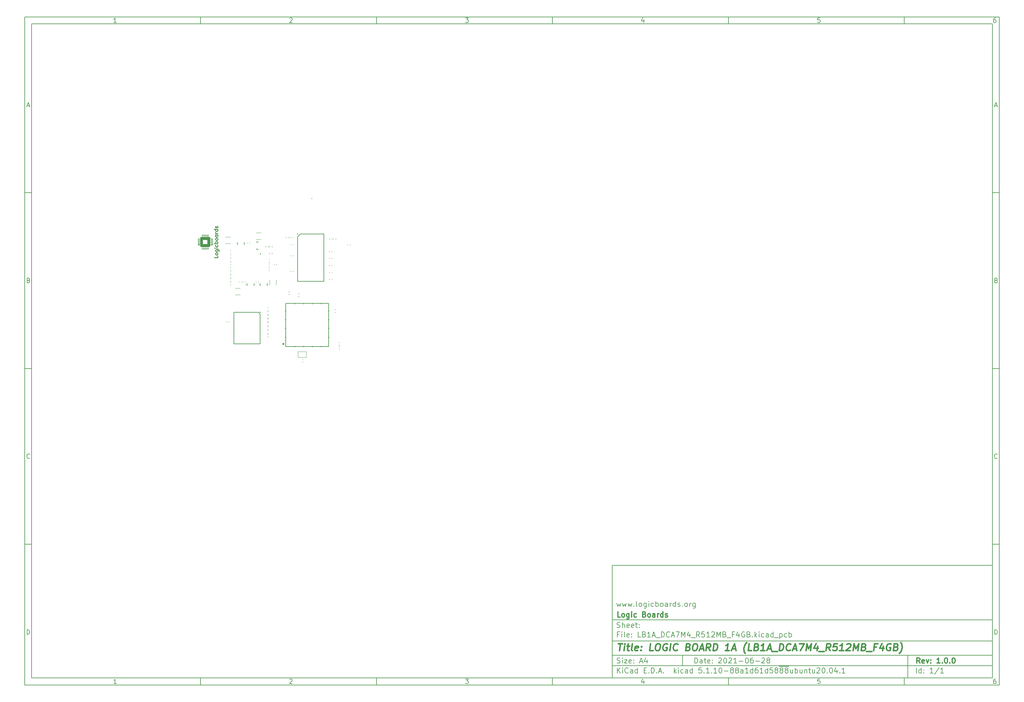
<source format=gbr>
%TF.GenerationSoftware,KiCad,Pcbnew,5.1.10-88a1d61d58~88~ubuntu20.04.1*%
%TF.CreationDate,2021-06-28T11:18:36+05:30*%
%TF.ProjectId,LB1A_DCA7M4_R512MB_F4GB,4c423141-5f44-4434-9137-4d345f523531,1.0.0*%
%TF.SameCoordinates,Original*%
%TF.FileFunction,Legend,Top*%
%TF.FilePolarity,Positive*%
%FSLAX46Y46*%
G04 Gerber Fmt 4.6, Leading zero omitted, Abs format (unit mm)*
G04 Created by KiCad (PCBNEW 5.1.10-88a1d61d58~88~ubuntu20.04.1) date 2021-06-28 11:18:36*
%MOMM*%
%LPD*%
G01*
G04 APERTURE LIST*
%ADD10C,0.100000*%
%ADD11C,0.150000*%
%ADD12C,0.300000*%
%ADD13C,0.400000*%
%ADD14C,0.304800*%
%ADD15C,0.010000*%
%ADD16C,0.120000*%
%ADD17C,0.200000*%
%ADD18C,0.152400*%
%ADD19C,0.127000*%
G04 APERTURE END LIST*
D10*
D11*
X177002200Y-166007200D02*
X177002200Y-198007200D01*
X285002200Y-198007200D01*
X285002200Y-166007200D01*
X177002200Y-166007200D01*
D10*
D11*
X10000000Y-10000000D02*
X10000000Y-200007200D01*
X287002200Y-200007200D01*
X287002200Y-10000000D01*
X10000000Y-10000000D01*
D10*
D11*
X12000000Y-12000000D02*
X12000000Y-198007200D01*
X285002200Y-198007200D01*
X285002200Y-12000000D01*
X12000000Y-12000000D01*
D10*
D11*
X60000000Y-12000000D02*
X60000000Y-10000000D01*
D10*
D11*
X110000000Y-12000000D02*
X110000000Y-10000000D01*
D10*
D11*
X160000000Y-12000000D02*
X160000000Y-10000000D01*
D10*
D11*
X210000000Y-12000000D02*
X210000000Y-10000000D01*
D10*
D11*
X260000000Y-12000000D02*
X260000000Y-10000000D01*
D10*
D11*
X36065476Y-11588095D02*
X35322619Y-11588095D01*
X35694047Y-11588095D02*
X35694047Y-10288095D01*
X35570238Y-10473809D01*
X35446428Y-10597619D01*
X35322619Y-10659523D01*
D10*
D11*
X85322619Y-10411904D02*
X85384523Y-10350000D01*
X85508333Y-10288095D01*
X85817857Y-10288095D01*
X85941666Y-10350000D01*
X86003571Y-10411904D01*
X86065476Y-10535714D01*
X86065476Y-10659523D01*
X86003571Y-10845238D01*
X85260714Y-11588095D01*
X86065476Y-11588095D01*
D10*
D11*
X135260714Y-10288095D02*
X136065476Y-10288095D01*
X135632142Y-10783333D01*
X135817857Y-10783333D01*
X135941666Y-10845238D01*
X136003571Y-10907142D01*
X136065476Y-11030952D01*
X136065476Y-11340476D01*
X136003571Y-11464285D01*
X135941666Y-11526190D01*
X135817857Y-11588095D01*
X135446428Y-11588095D01*
X135322619Y-11526190D01*
X135260714Y-11464285D01*
D10*
D11*
X185941666Y-10721428D02*
X185941666Y-11588095D01*
X185632142Y-10226190D02*
X185322619Y-11154761D01*
X186127380Y-11154761D01*
D10*
D11*
X236003571Y-10288095D02*
X235384523Y-10288095D01*
X235322619Y-10907142D01*
X235384523Y-10845238D01*
X235508333Y-10783333D01*
X235817857Y-10783333D01*
X235941666Y-10845238D01*
X236003571Y-10907142D01*
X236065476Y-11030952D01*
X236065476Y-11340476D01*
X236003571Y-11464285D01*
X235941666Y-11526190D01*
X235817857Y-11588095D01*
X235508333Y-11588095D01*
X235384523Y-11526190D01*
X235322619Y-11464285D01*
D10*
D11*
X285941666Y-10288095D02*
X285694047Y-10288095D01*
X285570238Y-10350000D01*
X285508333Y-10411904D01*
X285384523Y-10597619D01*
X285322619Y-10845238D01*
X285322619Y-11340476D01*
X285384523Y-11464285D01*
X285446428Y-11526190D01*
X285570238Y-11588095D01*
X285817857Y-11588095D01*
X285941666Y-11526190D01*
X286003571Y-11464285D01*
X286065476Y-11340476D01*
X286065476Y-11030952D01*
X286003571Y-10907142D01*
X285941666Y-10845238D01*
X285817857Y-10783333D01*
X285570238Y-10783333D01*
X285446428Y-10845238D01*
X285384523Y-10907142D01*
X285322619Y-11030952D01*
D10*
D11*
X60000000Y-198007200D02*
X60000000Y-200007200D01*
D10*
D11*
X110000000Y-198007200D02*
X110000000Y-200007200D01*
D10*
D11*
X160000000Y-198007200D02*
X160000000Y-200007200D01*
D10*
D11*
X210000000Y-198007200D02*
X210000000Y-200007200D01*
D10*
D11*
X260000000Y-198007200D02*
X260000000Y-200007200D01*
D10*
D11*
X36065476Y-199595295D02*
X35322619Y-199595295D01*
X35694047Y-199595295D02*
X35694047Y-198295295D01*
X35570238Y-198481009D01*
X35446428Y-198604819D01*
X35322619Y-198666723D01*
D10*
D11*
X85322619Y-198419104D02*
X85384523Y-198357200D01*
X85508333Y-198295295D01*
X85817857Y-198295295D01*
X85941666Y-198357200D01*
X86003571Y-198419104D01*
X86065476Y-198542914D01*
X86065476Y-198666723D01*
X86003571Y-198852438D01*
X85260714Y-199595295D01*
X86065476Y-199595295D01*
D10*
D11*
X135260714Y-198295295D02*
X136065476Y-198295295D01*
X135632142Y-198790533D01*
X135817857Y-198790533D01*
X135941666Y-198852438D01*
X136003571Y-198914342D01*
X136065476Y-199038152D01*
X136065476Y-199347676D01*
X136003571Y-199471485D01*
X135941666Y-199533390D01*
X135817857Y-199595295D01*
X135446428Y-199595295D01*
X135322619Y-199533390D01*
X135260714Y-199471485D01*
D10*
D11*
X185941666Y-198728628D02*
X185941666Y-199595295D01*
X185632142Y-198233390D02*
X185322619Y-199161961D01*
X186127380Y-199161961D01*
D10*
D11*
X236003571Y-198295295D02*
X235384523Y-198295295D01*
X235322619Y-198914342D01*
X235384523Y-198852438D01*
X235508333Y-198790533D01*
X235817857Y-198790533D01*
X235941666Y-198852438D01*
X236003571Y-198914342D01*
X236065476Y-199038152D01*
X236065476Y-199347676D01*
X236003571Y-199471485D01*
X235941666Y-199533390D01*
X235817857Y-199595295D01*
X235508333Y-199595295D01*
X235384523Y-199533390D01*
X235322619Y-199471485D01*
D10*
D11*
X285941666Y-198295295D02*
X285694047Y-198295295D01*
X285570238Y-198357200D01*
X285508333Y-198419104D01*
X285384523Y-198604819D01*
X285322619Y-198852438D01*
X285322619Y-199347676D01*
X285384523Y-199471485D01*
X285446428Y-199533390D01*
X285570238Y-199595295D01*
X285817857Y-199595295D01*
X285941666Y-199533390D01*
X286003571Y-199471485D01*
X286065476Y-199347676D01*
X286065476Y-199038152D01*
X286003571Y-198914342D01*
X285941666Y-198852438D01*
X285817857Y-198790533D01*
X285570238Y-198790533D01*
X285446428Y-198852438D01*
X285384523Y-198914342D01*
X285322619Y-199038152D01*
D10*
D11*
X10000000Y-60000000D02*
X12000000Y-60000000D01*
D10*
D11*
X10000000Y-110000000D02*
X12000000Y-110000000D01*
D10*
D11*
X10000000Y-160000000D02*
X12000000Y-160000000D01*
D10*
D11*
X10690476Y-35216666D02*
X11309523Y-35216666D01*
X10566666Y-35588095D02*
X11000000Y-34288095D01*
X11433333Y-35588095D01*
D10*
D11*
X11092857Y-84907142D02*
X11278571Y-84969047D01*
X11340476Y-85030952D01*
X11402380Y-85154761D01*
X11402380Y-85340476D01*
X11340476Y-85464285D01*
X11278571Y-85526190D01*
X11154761Y-85588095D01*
X10659523Y-85588095D01*
X10659523Y-84288095D01*
X11092857Y-84288095D01*
X11216666Y-84350000D01*
X11278571Y-84411904D01*
X11340476Y-84535714D01*
X11340476Y-84659523D01*
X11278571Y-84783333D01*
X11216666Y-84845238D01*
X11092857Y-84907142D01*
X10659523Y-84907142D01*
D10*
D11*
X11402380Y-135464285D02*
X11340476Y-135526190D01*
X11154761Y-135588095D01*
X11030952Y-135588095D01*
X10845238Y-135526190D01*
X10721428Y-135402380D01*
X10659523Y-135278571D01*
X10597619Y-135030952D01*
X10597619Y-134845238D01*
X10659523Y-134597619D01*
X10721428Y-134473809D01*
X10845238Y-134350000D01*
X11030952Y-134288095D01*
X11154761Y-134288095D01*
X11340476Y-134350000D01*
X11402380Y-134411904D01*
D10*
D11*
X10659523Y-185588095D02*
X10659523Y-184288095D01*
X10969047Y-184288095D01*
X11154761Y-184350000D01*
X11278571Y-184473809D01*
X11340476Y-184597619D01*
X11402380Y-184845238D01*
X11402380Y-185030952D01*
X11340476Y-185278571D01*
X11278571Y-185402380D01*
X11154761Y-185526190D01*
X10969047Y-185588095D01*
X10659523Y-185588095D01*
D10*
D11*
X287002200Y-60000000D02*
X285002200Y-60000000D01*
D10*
D11*
X287002200Y-110000000D02*
X285002200Y-110000000D01*
D10*
D11*
X287002200Y-160000000D02*
X285002200Y-160000000D01*
D10*
D11*
X285692676Y-35216666D02*
X286311723Y-35216666D01*
X285568866Y-35588095D02*
X286002200Y-34288095D01*
X286435533Y-35588095D01*
D10*
D11*
X286095057Y-84907142D02*
X286280771Y-84969047D01*
X286342676Y-85030952D01*
X286404580Y-85154761D01*
X286404580Y-85340476D01*
X286342676Y-85464285D01*
X286280771Y-85526190D01*
X286156961Y-85588095D01*
X285661723Y-85588095D01*
X285661723Y-84288095D01*
X286095057Y-84288095D01*
X286218866Y-84350000D01*
X286280771Y-84411904D01*
X286342676Y-84535714D01*
X286342676Y-84659523D01*
X286280771Y-84783333D01*
X286218866Y-84845238D01*
X286095057Y-84907142D01*
X285661723Y-84907142D01*
D10*
D11*
X286404580Y-135464285D02*
X286342676Y-135526190D01*
X286156961Y-135588095D01*
X286033152Y-135588095D01*
X285847438Y-135526190D01*
X285723628Y-135402380D01*
X285661723Y-135278571D01*
X285599819Y-135030952D01*
X285599819Y-134845238D01*
X285661723Y-134597619D01*
X285723628Y-134473809D01*
X285847438Y-134350000D01*
X286033152Y-134288095D01*
X286156961Y-134288095D01*
X286342676Y-134350000D01*
X286404580Y-134411904D01*
D10*
D11*
X285661723Y-185588095D02*
X285661723Y-184288095D01*
X285971247Y-184288095D01*
X286156961Y-184350000D01*
X286280771Y-184473809D01*
X286342676Y-184597619D01*
X286404580Y-184845238D01*
X286404580Y-185030952D01*
X286342676Y-185278571D01*
X286280771Y-185402380D01*
X286156961Y-185526190D01*
X285971247Y-185588095D01*
X285661723Y-185588095D01*
D10*
D11*
X200434342Y-193785771D02*
X200434342Y-192285771D01*
X200791485Y-192285771D01*
X201005771Y-192357200D01*
X201148628Y-192500057D01*
X201220057Y-192642914D01*
X201291485Y-192928628D01*
X201291485Y-193142914D01*
X201220057Y-193428628D01*
X201148628Y-193571485D01*
X201005771Y-193714342D01*
X200791485Y-193785771D01*
X200434342Y-193785771D01*
X202577200Y-193785771D02*
X202577200Y-193000057D01*
X202505771Y-192857200D01*
X202362914Y-192785771D01*
X202077200Y-192785771D01*
X201934342Y-192857200D01*
X202577200Y-193714342D02*
X202434342Y-193785771D01*
X202077200Y-193785771D01*
X201934342Y-193714342D01*
X201862914Y-193571485D01*
X201862914Y-193428628D01*
X201934342Y-193285771D01*
X202077200Y-193214342D01*
X202434342Y-193214342D01*
X202577200Y-193142914D01*
X203077200Y-192785771D02*
X203648628Y-192785771D01*
X203291485Y-192285771D02*
X203291485Y-193571485D01*
X203362914Y-193714342D01*
X203505771Y-193785771D01*
X203648628Y-193785771D01*
X204720057Y-193714342D02*
X204577200Y-193785771D01*
X204291485Y-193785771D01*
X204148628Y-193714342D01*
X204077200Y-193571485D01*
X204077200Y-193000057D01*
X204148628Y-192857200D01*
X204291485Y-192785771D01*
X204577200Y-192785771D01*
X204720057Y-192857200D01*
X204791485Y-193000057D01*
X204791485Y-193142914D01*
X204077200Y-193285771D01*
X205434342Y-193642914D02*
X205505771Y-193714342D01*
X205434342Y-193785771D01*
X205362914Y-193714342D01*
X205434342Y-193642914D01*
X205434342Y-193785771D01*
X205434342Y-192857200D02*
X205505771Y-192928628D01*
X205434342Y-193000057D01*
X205362914Y-192928628D01*
X205434342Y-192857200D01*
X205434342Y-193000057D01*
X207220057Y-192428628D02*
X207291485Y-192357200D01*
X207434342Y-192285771D01*
X207791485Y-192285771D01*
X207934342Y-192357200D01*
X208005771Y-192428628D01*
X208077200Y-192571485D01*
X208077200Y-192714342D01*
X208005771Y-192928628D01*
X207148628Y-193785771D01*
X208077200Y-193785771D01*
X209005771Y-192285771D02*
X209148628Y-192285771D01*
X209291485Y-192357200D01*
X209362914Y-192428628D01*
X209434342Y-192571485D01*
X209505771Y-192857200D01*
X209505771Y-193214342D01*
X209434342Y-193500057D01*
X209362914Y-193642914D01*
X209291485Y-193714342D01*
X209148628Y-193785771D01*
X209005771Y-193785771D01*
X208862914Y-193714342D01*
X208791485Y-193642914D01*
X208720057Y-193500057D01*
X208648628Y-193214342D01*
X208648628Y-192857200D01*
X208720057Y-192571485D01*
X208791485Y-192428628D01*
X208862914Y-192357200D01*
X209005771Y-192285771D01*
X210077200Y-192428628D02*
X210148628Y-192357200D01*
X210291485Y-192285771D01*
X210648628Y-192285771D01*
X210791485Y-192357200D01*
X210862914Y-192428628D01*
X210934342Y-192571485D01*
X210934342Y-192714342D01*
X210862914Y-192928628D01*
X210005771Y-193785771D01*
X210934342Y-193785771D01*
X212362914Y-193785771D02*
X211505771Y-193785771D01*
X211934342Y-193785771D02*
X211934342Y-192285771D01*
X211791485Y-192500057D01*
X211648628Y-192642914D01*
X211505771Y-192714342D01*
X213005771Y-193214342D02*
X214148628Y-193214342D01*
X215148628Y-192285771D02*
X215291485Y-192285771D01*
X215434342Y-192357200D01*
X215505771Y-192428628D01*
X215577200Y-192571485D01*
X215648628Y-192857200D01*
X215648628Y-193214342D01*
X215577200Y-193500057D01*
X215505771Y-193642914D01*
X215434342Y-193714342D01*
X215291485Y-193785771D01*
X215148628Y-193785771D01*
X215005771Y-193714342D01*
X214934342Y-193642914D01*
X214862914Y-193500057D01*
X214791485Y-193214342D01*
X214791485Y-192857200D01*
X214862914Y-192571485D01*
X214934342Y-192428628D01*
X215005771Y-192357200D01*
X215148628Y-192285771D01*
X216934342Y-192285771D02*
X216648628Y-192285771D01*
X216505771Y-192357200D01*
X216434342Y-192428628D01*
X216291485Y-192642914D01*
X216220057Y-192928628D01*
X216220057Y-193500057D01*
X216291485Y-193642914D01*
X216362914Y-193714342D01*
X216505771Y-193785771D01*
X216791485Y-193785771D01*
X216934342Y-193714342D01*
X217005771Y-193642914D01*
X217077200Y-193500057D01*
X217077200Y-193142914D01*
X217005771Y-193000057D01*
X216934342Y-192928628D01*
X216791485Y-192857200D01*
X216505771Y-192857200D01*
X216362914Y-192928628D01*
X216291485Y-193000057D01*
X216220057Y-193142914D01*
X217720057Y-193214342D02*
X218862914Y-193214342D01*
X219505771Y-192428628D02*
X219577200Y-192357200D01*
X219720057Y-192285771D01*
X220077200Y-192285771D01*
X220220057Y-192357200D01*
X220291485Y-192428628D01*
X220362914Y-192571485D01*
X220362914Y-192714342D01*
X220291485Y-192928628D01*
X219434342Y-193785771D01*
X220362914Y-193785771D01*
X221220057Y-192928628D02*
X221077200Y-192857200D01*
X221005771Y-192785771D01*
X220934342Y-192642914D01*
X220934342Y-192571485D01*
X221005771Y-192428628D01*
X221077200Y-192357200D01*
X221220057Y-192285771D01*
X221505771Y-192285771D01*
X221648628Y-192357200D01*
X221720057Y-192428628D01*
X221791485Y-192571485D01*
X221791485Y-192642914D01*
X221720057Y-192785771D01*
X221648628Y-192857200D01*
X221505771Y-192928628D01*
X221220057Y-192928628D01*
X221077200Y-193000057D01*
X221005771Y-193071485D01*
X220934342Y-193214342D01*
X220934342Y-193500057D01*
X221005771Y-193642914D01*
X221077200Y-193714342D01*
X221220057Y-193785771D01*
X221505771Y-193785771D01*
X221648628Y-193714342D01*
X221720057Y-193642914D01*
X221791485Y-193500057D01*
X221791485Y-193214342D01*
X221720057Y-193071485D01*
X221648628Y-193000057D01*
X221505771Y-192928628D01*
D10*
D11*
X177002200Y-194507200D02*
X285002200Y-194507200D01*
D10*
D11*
X178434342Y-196585771D02*
X178434342Y-195085771D01*
X179291485Y-196585771D02*
X178648628Y-195728628D01*
X179291485Y-195085771D02*
X178434342Y-195942914D01*
X179934342Y-196585771D02*
X179934342Y-195585771D01*
X179934342Y-195085771D02*
X179862914Y-195157200D01*
X179934342Y-195228628D01*
X180005771Y-195157200D01*
X179934342Y-195085771D01*
X179934342Y-195228628D01*
X181505771Y-196442914D02*
X181434342Y-196514342D01*
X181220057Y-196585771D01*
X181077200Y-196585771D01*
X180862914Y-196514342D01*
X180720057Y-196371485D01*
X180648628Y-196228628D01*
X180577200Y-195942914D01*
X180577200Y-195728628D01*
X180648628Y-195442914D01*
X180720057Y-195300057D01*
X180862914Y-195157200D01*
X181077200Y-195085771D01*
X181220057Y-195085771D01*
X181434342Y-195157200D01*
X181505771Y-195228628D01*
X182791485Y-196585771D02*
X182791485Y-195800057D01*
X182720057Y-195657200D01*
X182577200Y-195585771D01*
X182291485Y-195585771D01*
X182148628Y-195657200D01*
X182791485Y-196514342D02*
X182648628Y-196585771D01*
X182291485Y-196585771D01*
X182148628Y-196514342D01*
X182077200Y-196371485D01*
X182077200Y-196228628D01*
X182148628Y-196085771D01*
X182291485Y-196014342D01*
X182648628Y-196014342D01*
X182791485Y-195942914D01*
X184148628Y-196585771D02*
X184148628Y-195085771D01*
X184148628Y-196514342D02*
X184005771Y-196585771D01*
X183720057Y-196585771D01*
X183577200Y-196514342D01*
X183505771Y-196442914D01*
X183434342Y-196300057D01*
X183434342Y-195871485D01*
X183505771Y-195728628D01*
X183577200Y-195657200D01*
X183720057Y-195585771D01*
X184005771Y-195585771D01*
X184148628Y-195657200D01*
X186005771Y-195800057D02*
X186505771Y-195800057D01*
X186720057Y-196585771D02*
X186005771Y-196585771D01*
X186005771Y-195085771D01*
X186720057Y-195085771D01*
X187362914Y-196442914D02*
X187434342Y-196514342D01*
X187362914Y-196585771D01*
X187291485Y-196514342D01*
X187362914Y-196442914D01*
X187362914Y-196585771D01*
X188077200Y-196585771D02*
X188077200Y-195085771D01*
X188434342Y-195085771D01*
X188648628Y-195157200D01*
X188791485Y-195300057D01*
X188862914Y-195442914D01*
X188934342Y-195728628D01*
X188934342Y-195942914D01*
X188862914Y-196228628D01*
X188791485Y-196371485D01*
X188648628Y-196514342D01*
X188434342Y-196585771D01*
X188077200Y-196585771D01*
X189577200Y-196442914D02*
X189648628Y-196514342D01*
X189577200Y-196585771D01*
X189505771Y-196514342D01*
X189577200Y-196442914D01*
X189577200Y-196585771D01*
X190220057Y-196157200D02*
X190934342Y-196157200D01*
X190077200Y-196585771D02*
X190577200Y-195085771D01*
X191077200Y-196585771D01*
X191577200Y-196442914D02*
X191648628Y-196514342D01*
X191577200Y-196585771D01*
X191505771Y-196514342D01*
X191577200Y-196442914D01*
X191577200Y-196585771D01*
X194577200Y-196585771D02*
X194577200Y-195085771D01*
X194720057Y-196014342D02*
X195148628Y-196585771D01*
X195148628Y-195585771D02*
X194577200Y-196157200D01*
X195791485Y-196585771D02*
X195791485Y-195585771D01*
X195791485Y-195085771D02*
X195720057Y-195157200D01*
X195791485Y-195228628D01*
X195862914Y-195157200D01*
X195791485Y-195085771D01*
X195791485Y-195228628D01*
X197148628Y-196514342D02*
X197005771Y-196585771D01*
X196720057Y-196585771D01*
X196577200Y-196514342D01*
X196505771Y-196442914D01*
X196434342Y-196300057D01*
X196434342Y-195871485D01*
X196505771Y-195728628D01*
X196577200Y-195657200D01*
X196720057Y-195585771D01*
X197005771Y-195585771D01*
X197148628Y-195657200D01*
X198434342Y-196585771D02*
X198434342Y-195800057D01*
X198362914Y-195657200D01*
X198220057Y-195585771D01*
X197934342Y-195585771D01*
X197791485Y-195657200D01*
X198434342Y-196514342D02*
X198291485Y-196585771D01*
X197934342Y-196585771D01*
X197791485Y-196514342D01*
X197720057Y-196371485D01*
X197720057Y-196228628D01*
X197791485Y-196085771D01*
X197934342Y-196014342D01*
X198291485Y-196014342D01*
X198434342Y-195942914D01*
X199791485Y-196585771D02*
X199791485Y-195085771D01*
X199791485Y-196514342D02*
X199648628Y-196585771D01*
X199362914Y-196585771D01*
X199220057Y-196514342D01*
X199148628Y-196442914D01*
X199077200Y-196300057D01*
X199077200Y-195871485D01*
X199148628Y-195728628D01*
X199220057Y-195657200D01*
X199362914Y-195585771D01*
X199648628Y-195585771D01*
X199791485Y-195657200D01*
X202362914Y-195085771D02*
X201648628Y-195085771D01*
X201577200Y-195800057D01*
X201648628Y-195728628D01*
X201791485Y-195657200D01*
X202148628Y-195657200D01*
X202291485Y-195728628D01*
X202362914Y-195800057D01*
X202434342Y-195942914D01*
X202434342Y-196300057D01*
X202362914Y-196442914D01*
X202291485Y-196514342D01*
X202148628Y-196585771D01*
X201791485Y-196585771D01*
X201648628Y-196514342D01*
X201577200Y-196442914D01*
X203077200Y-196442914D02*
X203148628Y-196514342D01*
X203077200Y-196585771D01*
X203005771Y-196514342D01*
X203077200Y-196442914D01*
X203077200Y-196585771D01*
X204577200Y-196585771D02*
X203720057Y-196585771D01*
X204148628Y-196585771D02*
X204148628Y-195085771D01*
X204005771Y-195300057D01*
X203862914Y-195442914D01*
X203720057Y-195514342D01*
X205220057Y-196442914D02*
X205291485Y-196514342D01*
X205220057Y-196585771D01*
X205148628Y-196514342D01*
X205220057Y-196442914D01*
X205220057Y-196585771D01*
X206720057Y-196585771D02*
X205862914Y-196585771D01*
X206291485Y-196585771D02*
X206291485Y-195085771D01*
X206148628Y-195300057D01*
X206005771Y-195442914D01*
X205862914Y-195514342D01*
X207648628Y-195085771D02*
X207791485Y-195085771D01*
X207934342Y-195157200D01*
X208005771Y-195228628D01*
X208077200Y-195371485D01*
X208148628Y-195657200D01*
X208148628Y-196014342D01*
X208077200Y-196300057D01*
X208005771Y-196442914D01*
X207934342Y-196514342D01*
X207791485Y-196585771D01*
X207648628Y-196585771D01*
X207505771Y-196514342D01*
X207434342Y-196442914D01*
X207362914Y-196300057D01*
X207291485Y-196014342D01*
X207291485Y-195657200D01*
X207362914Y-195371485D01*
X207434342Y-195228628D01*
X207505771Y-195157200D01*
X207648628Y-195085771D01*
X208791485Y-196014342D02*
X209934342Y-196014342D01*
X210862914Y-195728628D02*
X210720057Y-195657200D01*
X210648628Y-195585771D01*
X210577200Y-195442914D01*
X210577200Y-195371485D01*
X210648628Y-195228628D01*
X210720057Y-195157200D01*
X210862914Y-195085771D01*
X211148628Y-195085771D01*
X211291485Y-195157200D01*
X211362914Y-195228628D01*
X211434342Y-195371485D01*
X211434342Y-195442914D01*
X211362914Y-195585771D01*
X211291485Y-195657200D01*
X211148628Y-195728628D01*
X210862914Y-195728628D01*
X210720057Y-195800057D01*
X210648628Y-195871485D01*
X210577200Y-196014342D01*
X210577200Y-196300057D01*
X210648628Y-196442914D01*
X210720057Y-196514342D01*
X210862914Y-196585771D01*
X211148628Y-196585771D01*
X211291485Y-196514342D01*
X211362914Y-196442914D01*
X211434342Y-196300057D01*
X211434342Y-196014342D01*
X211362914Y-195871485D01*
X211291485Y-195800057D01*
X211148628Y-195728628D01*
X212291485Y-195728628D02*
X212148628Y-195657200D01*
X212077200Y-195585771D01*
X212005771Y-195442914D01*
X212005771Y-195371485D01*
X212077200Y-195228628D01*
X212148628Y-195157200D01*
X212291485Y-195085771D01*
X212577200Y-195085771D01*
X212720057Y-195157200D01*
X212791485Y-195228628D01*
X212862914Y-195371485D01*
X212862914Y-195442914D01*
X212791485Y-195585771D01*
X212720057Y-195657200D01*
X212577200Y-195728628D01*
X212291485Y-195728628D01*
X212148628Y-195800057D01*
X212077200Y-195871485D01*
X212005771Y-196014342D01*
X212005771Y-196300057D01*
X212077200Y-196442914D01*
X212148628Y-196514342D01*
X212291485Y-196585771D01*
X212577200Y-196585771D01*
X212720057Y-196514342D01*
X212791485Y-196442914D01*
X212862914Y-196300057D01*
X212862914Y-196014342D01*
X212791485Y-195871485D01*
X212720057Y-195800057D01*
X212577200Y-195728628D01*
X214148628Y-196585771D02*
X214148628Y-195800057D01*
X214077200Y-195657200D01*
X213934342Y-195585771D01*
X213648628Y-195585771D01*
X213505771Y-195657200D01*
X214148628Y-196514342D02*
X214005771Y-196585771D01*
X213648628Y-196585771D01*
X213505771Y-196514342D01*
X213434342Y-196371485D01*
X213434342Y-196228628D01*
X213505771Y-196085771D01*
X213648628Y-196014342D01*
X214005771Y-196014342D01*
X214148628Y-195942914D01*
X215648628Y-196585771D02*
X214791485Y-196585771D01*
X215220057Y-196585771D02*
X215220057Y-195085771D01*
X215077200Y-195300057D01*
X214934342Y-195442914D01*
X214791485Y-195514342D01*
X216934342Y-196585771D02*
X216934342Y-195085771D01*
X216934342Y-196514342D02*
X216791485Y-196585771D01*
X216505771Y-196585771D01*
X216362914Y-196514342D01*
X216291485Y-196442914D01*
X216220057Y-196300057D01*
X216220057Y-195871485D01*
X216291485Y-195728628D01*
X216362914Y-195657200D01*
X216505771Y-195585771D01*
X216791485Y-195585771D01*
X216934342Y-195657200D01*
X218291485Y-195085771D02*
X218005771Y-195085771D01*
X217862914Y-195157200D01*
X217791485Y-195228628D01*
X217648628Y-195442914D01*
X217577200Y-195728628D01*
X217577200Y-196300057D01*
X217648628Y-196442914D01*
X217720057Y-196514342D01*
X217862914Y-196585771D01*
X218148628Y-196585771D01*
X218291485Y-196514342D01*
X218362914Y-196442914D01*
X218434342Y-196300057D01*
X218434342Y-195942914D01*
X218362914Y-195800057D01*
X218291485Y-195728628D01*
X218148628Y-195657200D01*
X217862914Y-195657200D01*
X217720057Y-195728628D01*
X217648628Y-195800057D01*
X217577200Y-195942914D01*
X219862914Y-196585771D02*
X219005771Y-196585771D01*
X219434342Y-196585771D02*
X219434342Y-195085771D01*
X219291485Y-195300057D01*
X219148628Y-195442914D01*
X219005771Y-195514342D01*
X221148628Y-196585771D02*
X221148628Y-195085771D01*
X221148628Y-196514342D02*
X221005771Y-196585771D01*
X220720057Y-196585771D01*
X220577200Y-196514342D01*
X220505771Y-196442914D01*
X220434342Y-196300057D01*
X220434342Y-195871485D01*
X220505771Y-195728628D01*
X220577200Y-195657200D01*
X220720057Y-195585771D01*
X221005771Y-195585771D01*
X221148628Y-195657200D01*
X222577200Y-195085771D02*
X221862914Y-195085771D01*
X221791485Y-195800057D01*
X221862914Y-195728628D01*
X222005771Y-195657200D01*
X222362914Y-195657200D01*
X222505771Y-195728628D01*
X222577200Y-195800057D01*
X222648628Y-195942914D01*
X222648628Y-196300057D01*
X222577200Y-196442914D01*
X222505771Y-196514342D01*
X222362914Y-196585771D01*
X222005771Y-196585771D01*
X221862914Y-196514342D01*
X221791485Y-196442914D01*
X223505771Y-195728628D02*
X223362914Y-195657200D01*
X223291485Y-195585771D01*
X223220057Y-195442914D01*
X223220057Y-195371485D01*
X223291485Y-195228628D01*
X223362914Y-195157200D01*
X223505771Y-195085771D01*
X223791485Y-195085771D01*
X223934342Y-195157200D01*
X224005771Y-195228628D01*
X224077200Y-195371485D01*
X224077200Y-195442914D01*
X224005771Y-195585771D01*
X223934342Y-195657200D01*
X223791485Y-195728628D01*
X223505771Y-195728628D01*
X223362914Y-195800057D01*
X223291485Y-195871485D01*
X223220057Y-196014342D01*
X223220057Y-196300057D01*
X223291485Y-196442914D01*
X223362914Y-196514342D01*
X223505771Y-196585771D01*
X223791485Y-196585771D01*
X223934342Y-196514342D01*
X224005771Y-196442914D01*
X224077200Y-196300057D01*
X224077200Y-196014342D01*
X224005771Y-195871485D01*
X223934342Y-195800057D01*
X223791485Y-195728628D01*
X224362914Y-194677200D02*
X225791485Y-194677200D01*
X224934342Y-195728628D02*
X224791485Y-195657200D01*
X224720057Y-195585771D01*
X224648628Y-195442914D01*
X224648628Y-195371485D01*
X224720057Y-195228628D01*
X224791485Y-195157200D01*
X224934342Y-195085771D01*
X225220057Y-195085771D01*
X225362914Y-195157200D01*
X225434342Y-195228628D01*
X225505771Y-195371485D01*
X225505771Y-195442914D01*
X225434342Y-195585771D01*
X225362914Y-195657200D01*
X225220057Y-195728628D01*
X224934342Y-195728628D01*
X224791485Y-195800057D01*
X224720057Y-195871485D01*
X224648628Y-196014342D01*
X224648628Y-196300057D01*
X224720057Y-196442914D01*
X224791485Y-196514342D01*
X224934342Y-196585771D01*
X225220057Y-196585771D01*
X225362914Y-196514342D01*
X225434342Y-196442914D01*
X225505771Y-196300057D01*
X225505771Y-196014342D01*
X225434342Y-195871485D01*
X225362914Y-195800057D01*
X225220057Y-195728628D01*
X225791485Y-194677200D02*
X227220057Y-194677200D01*
X226362914Y-195728628D02*
X226220057Y-195657200D01*
X226148628Y-195585771D01*
X226077199Y-195442914D01*
X226077199Y-195371485D01*
X226148628Y-195228628D01*
X226220057Y-195157200D01*
X226362914Y-195085771D01*
X226648628Y-195085771D01*
X226791485Y-195157200D01*
X226862914Y-195228628D01*
X226934342Y-195371485D01*
X226934342Y-195442914D01*
X226862914Y-195585771D01*
X226791485Y-195657200D01*
X226648628Y-195728628D01*
X226362914Y-195728628D01*
X226220057Y-195800057D01*
X226148628Y-195871485D01*
X226077199Y-196014342D01*
X226077199Y-196300057D01*
X226148628Y-196442914D01*
X226220057Y-196514342D01*
X226362914Y-196585771D01*
X226648628Y-196585771D01*
X226791485Y-196514342D01*
X226862914Y-196442914D01*
X226934342Y-196300057D01*
X226934342Y-196014342D01*
X226862914Y-195871485D01*
X226791485Y-195800057D01*
X226648628Y-195728628D01*
X228220057Y-195585771D02*
X228220057Y-196585771D01*
X227577199Y-195585771D02*
X227577199Y-196371485D01*
X227648628Y-196514342D01*
X227791485Y-196585771D01*
X228005771Y-196585771D01*
X228148628Y-196514342D01*
X228220057Y-196442914D01*
X228934342Y-196585771D02*
X228934342Y-195085771D01*
X228934342Y-195657200D02*
X229077199Y-195585771D01*
X229362914Y-195585771D01*
X229505771Y-195657200D01*
X229577199Y-195728628D01*
X229648628Y-195871485D01*
X229648628Y-196300057D01*
X229577199Y-196442914D01*
X229505771Y-196514342D01*
X229362914Y-196585771D01*
X229077199Y-196585771D01*
X228934342Y-196514342D01*
X230934342Y-195585771D02*
X230934342Y-196585771D01*
X230291485Y-195585771D02*
X230291485Y-196371485D01*
X230362914Y-196514342D01*
X230505771Y-196585771D01*
X230720057Y-196585771D01*
X230862914Y-196514342D01*
X230934342Y-196442914D01*
X231648628Y-195585771D02*
X231648628Y-196585771D01*
X231648628Y-195728628D02*
X231720057Y-195657200D01*
X231862914Y-195585771D01*
X232077199Y-195585771D01*
X232220057Y-195657200D01*
X232291485Y-195800057D01*
X232291485Y-196585771D01*
X232791485Y-195585771D02*
X233362914Y-195585771D01*
X233005771Y-195085771D02*
X233005771Y-196371485D01*
X233077199Y-196514342D01*
X233220057Y-196585771D01*
X233362914Y-196585771D01*
X234505771Y-195585771D02*
X234505771Y-196585771D01*
X233862914Y-195585771D02*
X233862914Y-196371485D01*
X233934342Y-196514342D01*
X234077200Y-196585771D01*
X234291485Y-196585771D01*
X234434342Y-196514342D01*
X234505771Y-196442914D01*
X235148628Y-195228628D02*
X235220057Y-195157200D01*
X235362914Y-195085771D01*
X235720057Y-195085771D01*
X235862914Y-195157200D01*
X235934342Y-195228628D01*
X236005771Y-195371485D01*
X236005771Y-195514342D01*
X235934342Y-195728628D01*
X235077200Y-196585771D01*
X236005771Y-196585771D01*
X236934342Y-195085771D02*
X237077199Y-195085771D01*
X237220057Y-195157200D01*
X237291485Y-195228628D01*
X237362914Y-195371485D01*
X237434342Y-195657200D01*
X237434342Y-196014342D01*
X237362914Y-196300057D01*
X237291485Y-196442914D01*
X237220057Y-196514342D01*
X237077199Y-196585771D01*
X236934342Y-196585771D01*
X236791485Y-196514342D01*
X236720057Y-196442914D01*
X236648628Y-196300057D01*
X236577199Y-196014342D01*
X236577199Y-195657200D01*
X236648628Y-195371485D01*
X236720057Y-195228628D01*
X236791485Y-195157200D01*
X236934342Y-195085771D01*
X238077199Y-196442914D02*
X238148628Y-196514342D01*
X238077199Y-196585771D01*
X238005771Y-196514342D01*
X238077199Y-196442914D01*
X238077199Y-196585771D01*
X239077199Y-195085771D02*
X239220057Y-195085771D01*
X239362914Y-195157200D01*
X239434342Y-195228628D01*
X239505771Y-195371485D01*
X239577199Y-195657200D01*
X239577199Y-196014342D01*
X239505771Y-196300057D01*
X239434342Y-196442914D01*
X239362914Y-196514342D01*
X239220057Y-196585771D01*
X239077199Y-196585771D01*
X238934342Y-196514342D01*
X238862914Y-196442914D01*
X238791485Y-196300057D01*
X238720057Y-196014342D01*
X238720057Y-195657200D01*
X238791485Y-195371485D01*
X238862914Y-195228628D01*
X238934342Y-195157200D01*
X239077199Y-195085771D01*
X240862914Y-195585771D02*
X240862914Y-196585771D01*
X240505771Y-195014342D02*
X240148628Y-196085771D01*
X241077199Y-196085771D01*
X241648628Y-196442914D02*
X241720057Y-196514342D01*
X241648628Y-196585771D01*
X241577199Y-196514342D01*
X241648628Y-196442914D01*
X241648628Y-196585771D01*
X243148628Y-196585771D02*
X242291485Y-196585771D01*
X242720057Y-196585771D02*
X242720057Y-195085771D01*
X242577199Y-195300057D01*
X242434342Y-195442914D01*
X242291485Y-195514342D01*
D10*
D11*
X177002200Y-191507200D02*
X285002200Y-191507200D01*
D10*
D12*
X264411485Y-193785771D02*
X263911485Y-193071485D01*
X263554342Y-193785771D02*
X263554342Y-192285771D01*
X264125771Y-192285771D01*
X264268628Y-192357200D01*
X264340057Y-192428628D01*
X264411485Y-192571485D01*
X264411485Y-192785771D01*
X264340057Y-192928628D01*
X264268628Y-193000057D01*
X264125771Y-193071485D01*
X263554342Y-193071485D01*
X265625771Y-193714342D02*
X265482914Y-193785771D01*
X265197200Y-193785771D01*
X265054342Y-193714342D01*
X264982914Y-193571485D01*
X264982914Y-193000057D01*
X265054342Y-192857200D01*
X265197200Y-192785771D01*
X265482914Y-192785771D01*
X265625771Y-192857200D01*
X265697200Y-193000057D01*
X265697200Y-193142914D01*
X264982914Y-193285771D01*
X266197200Y-192785771D02*
X266554342Y-193785771D01*
X266911485Y-192785771D01*
X267482914Y-193642914D02*
X267554342Y-193714342D01*
X267482914Y-193785771D01*
X267411485Y-193714342D01*
X267482914Y-193642914D01*
X267482914Y-193785771D01*
X267482914Y-192857200D02*
X267554342Y-192928628D01*
X267482914Y-193000057D01*
X267411485Y-192928628D01*
X267482914Y-192857200D01*
X267482914Y-193000057D01*
X270125771Y-193785771D02*
X269268628Y-193785771D01*
X269697200Y-193785771D02*
X269697200Y-192285771D01*
X269554342Y-192500057D01*
X269411485Y-192642914D01*
X269268628Y-192714342D01*
X270768628Y-193642914D02*
X270840057Y-193714342D01*
X270768628Y-193785771D01*
X270697200Y-193714342D01*
X270768628Y-193642914D01*
X270768628Y-193785771D01*
X271768628Y-192285771D02*
X271911485Y-192285771D01*
X272054342Y-192357200D01*
X272125771Y-192428628D01*
X272197200Y-192571485D01*
X272268628Y-192857200D01*
X272268628Y-193214342D01*
X272197200Y-193500057D01*
X272125771Y-193642914D01*
X272054342Y-193714342D01*
X271911485Y-193785771D01*
X271768628Y-193785771D01*
X271625771Y-193714342D01*
X271554342Y-193642914D01*
X271482914Y-193500057D01*
X271411485Y-193214342D01*
X271411485Y-192857200D01*
X271482914Y-192571485D01*
X271554342Y-192428628D01*
X271625771Y-192357200D01*
X271768628Y-192285771D01*
X272911485Y-193642914D02*
X272982914Y-193714342D01*
X272911485Y-193785771D01*
X272840057Y-193714342D01*
X272911485Y-193642914D01*
X272911485Y-193785771D01*
X273911485Y-192285771D02*
X274054342Y-192285771D01*
X274197200Y-192357200D01*
X274268628Y-192428628D01*
X274340057Y-192571485D01*
X274411485Y-192857200D01*
X274411485Y-193214342D01*
X274340057Y-193500057D01*
X274268628Y-193642914D01*
X274197200Y-193714342D01*
X274054342Y-193785771D01*
X273911485Y-193785771D01*
X273768628Y-193714342D01*
X273697200Y-193642914D01*
X273625771Y-193500057D01*
X273554342Y-193214342D01*
X273554342Y-192857200D01*
X273625771Y-192571485D01*
X273697200Y-192428628D01*
X273768628Y-192357200D01*
X273911485Y-192285771D01*
D10*
D11*
X178362914Y-193714342D02*
X178577200Y-193785771D01*
X178934342Y-193785771D01*
X179077200Y-193714342D01*
X179148628Y-193642914D01*
X179220057Y-193500057D01*
X179220057Y-193357200D01*
X179148628Y-193214342D01*
X179077200Y-193142914D01*
X178934342Y-193071485D01*
X178648628Y-193000057D01*
X178505771Y-192928628D01*
X178434342Y-192857200D01*
X178362914Y-192714342D01*
X178362914Y-192571485D01*
X178434342Y-192428628D01*
X178505771Y-192357200D01*
X178648628Y-192285771D01*
X179005771Y-192285771D01*
X179220057Y-192357200D01*
X179862914Y-193785771D02*
X179862914Y-192785771D01*
X179862914Y-192285771D02*
X179791485Y-192357200D01*
X179862914Y-192428628D01*
X179934342Y-192357200D01*
X179862914Y-192285771D01*
X179862914Y-192428628D01*
X180434342Y-192785771D02*
X181220057Y-192785771D01*
X180434342Y-193785771D01*
X181220057Y-193785771D01*
X182362914Y-193714342D02*
X182220057Y-193785771D01*
X181934342Y-193785771D01*
X181791485Y-193714342D01*
X181720057Y-193571485D01*
X181720057Y-193000057D01*
X181791485Y-192857200D01*
X181934342Y-192785771D01*
X182220057Y-192785771D01*
X182362914Y-192857200D01*
X182434342Y-193000057D01*
X182434342Y-193142914D01*
X181720057Y-193285771D01*
X183077200Y-193642914D02*
X183148628Y-193714342D01*
X183077200Y-193785771D01*
X183005771Y-193714342D01*
X183077200Y-193642914D01*
X183077200Y-193785771D01*
X183077200Y-192857200D02*
X183148628Y-192928628D01*
X183077200Y-193000057D01*
X183005771Y-192928628D01*
X183077200Y-192857200D01*
X183077200Y-193000057D01*
X184862914Y-193357200D02*
X185577200Y-193357200D01*
X184720057Y-193785771D02*
X185220057Y-192285771D01*
X185720057Y-193785771D01*
X186862914Y-192785771D02*
X186862914Y-193785771D01*
X186505771Y-192214342D02*
X186148628Y-193285771D01*
X187077200Y-193285771D01*
D10*
D11*
X263434342Y-196585771D02*
X263434342Y-195085771D01*
X264791485Y-196585771D02*
X264791485Y-195085771D01*
X264791485Y-196514342D02*
X264648628Y-196585771D01*
X264362914Y-196585771D01*
X264220057Y-196514342D01*
X264148628Y-196442914D01*
X264077200Y-196300057D01*
X264077200Y-195871485D01*
X264148628Y-195728628D01*
X264220057Y-195657200D01*
X264362914Y-195585771D01*
X264648628Y-195585771D01*
X264791485Y-195657200D01*
X265505771Y-196442914D02*
X265577200Y-196514342D01*
X265505771Y-196585771D01*
X265434342Y-196514342D01*
X265505771Y-196442914D01*
X265505771Y-196585771D01*
X265505771Y-195657200D02*
X265577200Y-195728628D01*
X265505771Y-195800057D01*
X265434342Y-195728628D01*
X265505771Y-195657200D01*
X265505771Y-195800057D01*
X268148628Y-196585771D02*
X267291485Y-196585771D01*
X267720057Y-196585771D02*
X267720057Y-195085771D01*
X267577200Y-195300057D01*
X267434342Y-195442914D01*
X267291485Y-195514342D01*
X269862914Y-195014342D02*
X268577200Y-196942914D01*
X271148628Y-196585771D02*
X270291485Y-196585771D01*
X270720057Y-196585771D02*
X270720057Y-195085771D01*
X270577200Y-195300057D01*
X270434342Y-195442914D01*
X270291485Y-195514342D01*
D10*
D11*
X177002200Y-187507200D02*
X285002200Y-187507200D01*
D10*
D13*
X178714580Y-188211961D02*
X179857438Y-188211961D01*
X179036009Y-190211961D02*
X179286009Y-188211961D01*
X180274104Y-190211961D02*
X180440771Y-188878628D01*
X180524104Y-188211961D02*
X180416961Y-188307200D01*
X180500295Y-188402438D01*
X180607438Y-188307200D01*
X180524104Y-188211961D01*
X180500295Y-188402438D01*
X181107438Y-188878628D02*
X181869342Y-188878628D01*
X181476485Y-188211961D02*
X181262200Y-189926247D01*
X181333628Y-190116723D01*
X181512200Y-190211961D01*
X181702676Y-190211961D01*
X182655057Y-190211961D02*
X182476485Y-190116723D01*
X182405057Y-189926247D01*
X182619342Y-188211961D01*
X184190771Y-190116723D02*
X183988390Y-190211961D01*
X183607438Y-190211961D01*
X183428866Y-190116723D01*
X183357438Y-189926247D01*
X183452676Y-189164342D01*
X183571723Y-188973866D01*
X183774104Y-188878628D01*
X184155057Y-188878628D01*
X184333628Y-188973866D01*
X184405057Y-189164342D01*
X184381247Y-189354819D01*
X183405057Y-189545295D01*
X185155057Y-190021485D02*
X185238390Y-190116723D01*
X185131247Y-190211961D01*
X185047914Y-190116723D01*
X185155057Y-190021485D01*
X185131247Y-190211961D01*
X185286009Y-188973866D02*
X185369342Y-189069104D01*
X185262200Y-189164342D01*
X185178866Y-189069104D01*
X185286009Y-188973866D01*
X185262200Y-189164342D01*
X188559819Y-190211961D02*
X187607438Y-190211961D01*
X187857438Y-188211961D01*
X189857438Y-188211961D02*
X190238390Y-188211961D01*
X190416961Y-188307200D01*
X190583628Y-188497676D01*
X190631247Y-188878628D01*
X190547914Y-189545295D01*
X190405057Y-189926247D01*
X190190771Y-190116723D01*
X189988390Y-190211961D01*
X189607438Y-190211961D01*
X189428866Y-190116723D01*
X189262200Y-189926247D01*
X189214580Y-189545295D01*
X189297914Y-188878628D01*
X189440771Y-188497676D01*
X189655057Y-188307200D01*
X189857438Y-188211961D01*
X192607438Y-188307200D02*
X192428866Y-188211961D01*
X192143152Y-188211961D01*
X191845533Y-188307200D01*
X191631247Y-188497676D01*
X191512200Y-188688152D01*
X191369342Y-189069104D01*
X191333628Y-189354819D01*
X191381247Y-189735771D01*
X191452676Y-189926247D01*
X191619342Y-190116723D01*
X191893152Y-190211961D01*
X192083628Y-190211961D01*
X192381247Y-190116723D01*
X192488390Y-190021485D01*
X192571723Y-189354819D01*
X192190771Y-189354819D01*
X193321723Y-190211961D02*
X193571723Y-188211961D01*
X195440771Y-190021485D02*
X195333628Y-190116723D01*
X195036009Y-190211961D01*
X194845533Y-190211961D01*
X194571723Y-190116723D01*
X194405057Y-189926247D01*
X194333628Y-189735771D01*
X194286009Y-189354819D01*
X194321723Y-189069104D01*
X194464580Y-188688152D01*
X194583628Y-188497676D01*
X194797914Y-188307200D01*
X195095533Y-188211961D01*
X195286009Y-188211961D01*
X195559819Y-188307200D01*
X195643152Y-188402438D01*
X198595533Y-189164342D02*
X198869342Y-189259580D01*
X198952676Y-189354819D01*
X199024104Y-189545295D01*
X198988390Y-189831009D01*
X198869342Y-190021485D01*
X198762200Y-190116723D01*
X198559819Y-190211961D01*
X197797914Y-190211961D01*
X198047914Y-188211961D01*
X198714580Y-188211961D01*
X198893152Y-188307200D01*
X198976485Y-188402438D01*
X199047914Y-188592914D01*
X199024104Y-188783390D01*
X198905057Y-188973866D01*
X198797914Y-189069104D01*
X198595533Y-189164342D01*
X197928866Y-189164342D01*
X200428866Y-188211961D02*
X200809819Y-188211961D01*
X200988390Y-188307200D01*
X201155057Y-188497676D01*
X201202676Y-188878628D01*
X201119342Y-189545295D01*
X200976485Y-189926247D01*
X200762200Y-190116723D01*
X200559819Y-190211961D01*
X200178866Y-190211961D01*
X200000295Y-190116723D01*
X199833628Y-189926247D01*
X199786009Y-189545295D01*
X199869342Y-188878628D01*
X200012200Y-188497676D01*
X200226485Y-188307200D01*
X200428866Y-188211961D01*
X201869342Y-189640533D02*
X202821723Y-189640533D01*
X201607438Y-190211961D02*
X202524104Y-188211961D01*
X202940771Y-190211961D01*
X204750295Y-190211961D02*
X204202676Y-189259580D01*
X203607438Y-190211961D02*
X203857438Y-188211961D01*
X204619342Y-188211961D01*
X204797914Y-188307200D01*
X204881247Y-188402438D01*
X204952676Y-188592914D01*
X204916961Y-188878628D01*
X204797914Y-189069104D01*
X204690771Y-189164342D01*
X204488390Y-189259580D01*
X203726485Y-189259580D01*
X205607438Y-190211961D02*
X205857438Y-188211961D01*
X206333628Y-188211961D01*
X206607438Y-188307200D01*
X206774104Y-188497676D01*
X206845533Y-188688152D01*
X206893152Y-189069104D01*
X206857438Y-189354819D01*
X206714580Y-189735771D01*
X206595533Y-189926247D01*
X206381247Y-190116723D01*
X206083628Y-190211961D01*
X205607438Y-190211961D01*
X210178866Y-190211961D02*
X209036009Y-190211961D01*
X209607438Y-190211961D02*
X209857438Y-188211961D01*
X209631247Y-188497676D01*
X209416961Y-188688152D01*
X209214580Y-188783390D01*
X211012200Y-189640533D02*
X211964580Y-189640533D01*
X210750295Y-190211961D02*
X211666961Y-188211961D01*
X212083628Y-190211961D01*
X214750295Y-190973866D02*
X214666961Y-190878628D01*
X214512200Y-190592914D01*
X214440771Y-190402438D01*
X214381247Y-190116723D01*
X214345533Y-189640533D01*
X214393152Y-189259580D01*
X214547914Y-188783390D01*
X214678866Y-188497676D01*
X214797914Y-188307200D01*
X215024104Y-188021485D01*
X215131247Y-187926247D01*
X216559819Y-190211961D02*
X215607438Y-190211961D01*
X215857438Y-188211961D01*
X218024104Y-189164342D02*
X218297914Y-189259580D01*
X218381247Y-189354819D01*
X218452676Y-189545295D01*
X218416961Y-189831009D01*
X218297914Y-190021485D01*
X218190771Y-190116723D01*
X217988390Y-190211961D01*
X217226485Y-190211961D01*
X217476485Y-188211961D01*
X218143152Y-188211961D01*
X218321723Y-188307200D01*
X218405057Y-188402438D01*
X218476485Y-188592914D01*
X218452676Y-188783390D01*
X218333628Y-188973866D01*
X218226485Y-189069104D01*
X218024104Y-189164342D01*
X217357438Y-189164342D01*
X220274104Y-190211961D02*
X219131247Y-190211961D01*
X219702676Y-190211961D02*
X219952676Y-188211961D01*
X219726485Y-188497676D01*
X219512200Y-188688152D01*
X219309819Y-188783390D01*
X221107438Y-189640533D02*
X222059819Y-189640533D01*
X220845533Y-190211961D02*
X221762200Y-188211961D01*
X222178866Y-190211961D01*
X222345533Y-190402438D02*
X223869342Y-190402438D01*
X224369342Y-190211961D02*
X224619342Y-188211961D01*
X225095533Y-188211961D01*
X225369342Y-188307200D01*
X225536009Y-188497676D01*
X225607438Y-188688152D01*
X225655057Y-189069104D01*
X225619342Y-189354819D01*
X225476485Y-189735771D01*
X225357438Y-189926247D01*
X225143152Y-190116723D01*
X224845533Y-190211961D01*
X224369342Y-190211961D01*
X227536009Y-190021485D02*
X227428866Y-190116723D01*
X227131247Y-190211961D01*
X226940771Y-190211961D01*
X226666961Y-190116723D01*
X226500295Y-189926247D01*
X226428866Y-189735771D01*
X226381247Y-189354819D01*
X226416961Y-189069104D01*
X226559819Y-188688152D01*
X226678866Y-188497676D01*
X226893152Y-188307200D01*
X227190771Y-188211961D01*
X227381247Y-188211961D01*
X227655057Y-188307200D01*
X227738390Y-188402438D01*
X228345533Y-189640533D02*
X229297914Y-189640533D01*
X228083628Y-190211961D02*
X229000295Y-188211961D01*
X229416961Y-190211961D01*
X230143152Y-188211961D02*
X231476485Y-188211961D01*
X230369342Y-190211961D01*
X231988390Y-190211961D02*
X232238390Y-188211961D01*
X232726485Y-189640533D01*
X233571723Y-188211961D01*
X233321723Y-190211961D01*
X235297914Y-188878628D02*
X235131247Y-190211961D01*
X234916961Y-188116723D02*
X234262200Y-189545295D01*
X235500295Y-189545295D01*
X235678866Y-190402438D02*
X237202676Y-190402438D01*
X238845533Y-190211961D02*
X238297914Y-189259580D01*
X237702676Y-190211961D02*
X237952676Y-188211961D01*
X238714580Y-188211961D01*
X238893152Y-188307200D01*
X238976485Y-188402438D01*
X239047914Y-188592914D01*
X239012200Y-188878628D01*
X238893152Y-189069104D01*
X238786009Y-189164342D01*
X238583628Y-189259580D01*
X237821723Y-189259580D01*
X240905057Y-188211961D02*
X239952676Y-188211961D01*
X239738390Y-189164342D01*
X239845533Y-189069104D01*
X240047914Y-188973866D01*
X240524104Y-188973866D01*
X240702676Y-189069104D01*
X240786009Y-189164342D01*
X240857438Y-189354819D01*
X240797914Y-189831009D01*
X240678866Y-190021485D01*
X240571723Y-190116723D01*
X240369342Y-190211961D01*
X239893152Y-190211961D01*
X239714580Y-190116723D01*
X239631247Y-190021485D01*
X242655057Y-190211961D02*
X241512200Y-190211961D01*
X242083628Y-190211961D02*
X242333628Y-188211961D01*
X242107438Y-188497676D01*
X241893152Y-188688152D01*
X241690771Y-188783390D01*
X243643152Y-188402438D02*
X243750295Y-188307200D01*
X243952676Y-188211961D01*
X244428866Y-188211961D01*
X244607438Y-188307200D01*
X244690771Y-188402438D01*
X244762200Y-188592914D01*
X244738390Y-188783390D01*
X244607438Y-189069104D01*
X243321723Y-190211961D01*
X244559819Y-190211961D01*
X245416961Y-190211961D02*
X245666961Y-188211961D01*
X246155057Y-189640533D01*
X247000295Y-188211961D01*
X246750295Y-190211961D01*
X248500295Y-189164342D02*
X248774104Y-189259580D01*
X248857438Y-189354819D01*
X248928866Y-189545295D01*
X248893152Y-189831009D01*
X248774104Y-190021485D01*
X248666961Y-190116723D01*
X248464580Y-190211961D01*
X247702676Y-190211961D01*
X247952676Y-188211961D01*
X248619342Y-188211961D01*
X248797914Y-188307200D01*
X248881247Y-188402438D01*
X248952676Y-188592914D01*
X248928866Y-188783390D01*
X248809819Y-188973866D01*
X248702676Y-189069104D01*
X248500295Y-189164342D01*
X247833628Y-189164342D01*
X249202676Y-190402438D02*
X250726485Y-190402438D01*
X252024104Y-189164342D02*
X251357438Y-189164342D01*
X251226485Y-190211961D02*
X251476485Y-188211961D01*
X252428866Y-188211961D01*
X253964580Y-188878628D02*
X253797914Y-190211961D01*
X253583628Y-188116723D02*
X252928866Y-189545295D01*
X254166961Y-189545295D01*
X256131247Y-188307200D02*
X255952676Y-188211961D01*
X255666961Y-188211961D01*
X255369342Y-188307200D01*
X255155057Y-188497676D01*
X255036009Y-188688152D01*
X254893152Y-189069104D01*
X254857438Y-189354819D01*
X254905057Y-189735771D01*
X254976485Y-189926247D01*
X255143152Y-190116723D01*
X255416961Y-190211961D01*
X255607438Y-190211961D01*
X255905057Y-190116723D01*
X256012200Y-190021485D01*
X256095533Y-189354819D01*
X255714580Y-189354819D01*
X257643152Y-189164342D02*
X257916961Y-189259580D01*
X258000295Y-189354819D01*
X258071723Y-189545295D01*
X258036009Y-189831009D01*
X257916961Y-190021485D01*
X257809819Y-190116723D01*
X257607438Y-190211961D01*
X256845533Y-190211961D01*
X257095533Y-188211961D01*
X257762200Y-188211961D01*
X257940771Y-188307200D01*
X258024104Y-188402438D01*
X258095533Y-188592914D01*
X258071723Y-188783390D01*
X257952676Y-188973866D01*
X257845533Y-189069104D01*
X257643152Y-189164342D01*
X256976485Y-189164342D01*
X258559819Y-190973866D02*
X258666961Y-190878628D01*
X258893152Y-190592914D01*
X259012200Y-190402438D01*
X259143152Y-190116723D01*
X259297914Y-189640533D01*
X259345533Y-189259580D01*
X259309819Y-188783390D01*
X259250295Y-188497676D01*
X259178866Y-188307200D01*
X259024104Y-188021485D01*
X258940771Y-187926247D01*
D10*
D11*
X178934342Y-185600057D02*
X178434342Y-185600057D01*
X178434342Y-186385771D02*
X178434342Y-184885771D01*
X179148628Y-184885771D01*
X179720057Y-186385771D02*
X179720057Y-185385771D01*
X179720057Y-184885771D02*
X179648628Y-184957200D01*
X179720057Y-185028628D01*
X179791485Y-184957200D01*
X179720057Y-184885771D01*
X179720057Y-185028628D01*
X180648628Y-186385771D02*
X180505771Y-186314342D01*
X180434342Y-186171485D01*
X180434342Y-184885771D01*
X181791485Y-186314342D02*
X181648628Y-186385771D01*
X181362914Y-186385771D01*
X181220057Y-186314342D01*
X181148628Y-186171485D01*
X181148628Y-185600057D01*
X181220057Y-185457200D01*
X181362914Y-185385771D01*
X181648628Y-185385771D01*
X181791485Y-185457200D01*
X181862914Y-185600057D01*
X181862914Y-185742914D01*
X181148628Y-185885771D01*
X182505771Y-186242914D02*
X182577200Y-186314342D01*
X182505771Y-186385771D01*
X182434342Y-186314342D01*
X182505771Y-186242914D01*
X182505771Y-186385771D01*
X182505771Y-185457200D02*
X182577200Y-185528628D01*
X182505771Y-185600057D01*
X182434342Y-185528628D01*
X182505771Y-185457200D01*
X182505771Y-185600057D01*
X185077200Y-186385771D02*
X184362914Y-186385771D01*
X184362914Y-184885771D01*
X186077200Y-185600057D02*
X186291485Y-185671485D01*
X186362914Y-185742914D01*
X186434342Y-185885771D01*
X186434342Y-186100057D01*
X186362914Y-186242914D01*
X186291485Y-186314342D01*
X186148628Y-186385771D01*
X185577200Y-186385771D01*
X185577200Y-184885771D01*
X186077200Y-184885771D01*
X186220057Y-184957200D01*
X186291485Y-185028628D01*
X186362914Y-185171485D01*
X186362914Y-185314342D01*
X186291485Y-185457200D01*
X186220057Y-185528628D01*
X186077200Y-185600057D01*
X185577200Y-185600057D01*
X187862914Y-186385771D02*
X187005771Y-186385771D01*
X187434342Y-186385771D02*
X187434342Y-184885771D01*
X187291485Y-185100057D01*
X187148628Y-185242914D01*
X187005771Y-185314342D01*
X188434342Y-185957200D02*
X189148628Y-185957200D01*
X188291485Y-186385771D02*
X188791485Y-184885771D01*
X189291485Y-186385771D01*
X189434342Y-186528628D02*
X190577200Y-186528628D01*
X190934342Y-186385771D02*
X190934342Y-184885771D01*
X191291485Y-184885771D01*
X191505771Y-184957200D01*
X191648628Y-185100057D01*
X191720057Y-185242914D01*
X191791485Y-185528628D01*
X191791485Y-185742914D01*
X191720057Y-186028628D01*
X191648628Y-186171485D01*
X191505771Y-186314342D01*
X191291485Y-186385771D01*
X190934342Y-186385771D01*
X193291485Y-186242914D02*
X193220057Y-186314342D01*
X193005771Y-186385771D01*
X192862914Y-186385771D01*
X192648628Y-186314342D01*
X192505771Y-186171485D01*
X192434342Y-186028628D01*
X192362914Y-185742914D01*
X192362914Y-185528628D01*
X192434342Y-185242914D01*
X192505771Y-185100057D01*
X192648628Y-184957200D01*
X192862914Y-184885771D01*
X193005771Y-184885771D01*
X193220057Y-184957200D01*
X193291485Y-185028628D01*
X193862914Y-185957200D02*
X194577200Y-185957200D01*
X193720057Y-186385771D02*
X194220057Y-184885771D01*
X194720057Y-186385771D01*
X195077200Y-184885771D02*
X196077200Y-184885771D01*
X195434342Y-186385771D01*
X196648628Y-186385771D02*
X196648628Y-184885771D01*
X197148628Y-185957200D01*
X197648628Y-184885771D01*
X197648628Y-186385771D01*
X199005771Y-185385771D02*
X199005771Y-186385771D01*
X198648628Y-184814342D02*
X198291485Y-185885771D01*
X199220057Y-185885771D01*
X199434342Y-186528628D02*
X200577200Y-186528628D01*
X201791485Y-186385771D02*
X201291485Y-185671485D01*
X200934342Y-186385771D02*
X200934342Y-184885771D01*
X201505771Y-184885771D01*
X201648628Y-184957200D01*
X201720057Y-185028628D01*
X201791485Y-185171485D01*
X201791485Y-185385771D01*
X201720057Y-185528628D01*
X201648628Y-185600057D01*
X201505771Y-185671485D01*
X200934342Y-185671485D01*
X203148628Y-184885771D02*
X202434342Y-184885771D01*
X202362914Y-185600057D01*
X202434342Y-185528628D01*
X202577200Y-185457200D01*
X202934342Y-185457200D01*
X203077200Y-185528628D01*
X203148628Y-185600057D01*
X203220057Y-185742914D01*
X203220057Y-186100057D01*
X203148628Y-186242914D01*
X203077200Y-186314342D01*
X202934342Y-186385771D01*
X202577200Y-186385771D01*
X202434342Y-186314342D01*
X202362914Y-186242914D01*
X204648628Y-186385771D02*
X203791485Y-186385771D01*
X204220057Y-186385771D02*
X204220057Y-184885771D01*
X204077200Y-185100057D01*
X203934342Y-185242914D01*
X203791485Y-185314342D01*
X205220057Y-185028628D02*
X205291485Y-184957200D01*
X205434342Y-184885771D01*
X205791485Y-184885771D01*
X205934342Y-184957200D01*
X206005771Y-185028628D01*
X206077200Y-185171485D01*
X206077200Y-185314342D01*
X206005771Y-185528628D01*
X205148628Y-186385771D01*
X206077200Y-186385771D01*
X206720057Y-186385771D02*
X206720057Y-184885771D01*
X207220057Y-185957200D01*
X207720057Y-184885771D01*
X207720057Y-186385771D01*
X208934342Y-185600057D02*
X209148628Y-185671485D01*
X209220057Y-185742914D01*
X209291485Y-185885771D01*
X209291485Y-186100057D01*
X209220057Y-186242914D01*
X209148628Y-186314342D01*
X209005771Y-186385771D01*
X208434342Y-186385771D01*
X208434342Y-184885771D01*
X208934342Y-184885771D01*
X209077200Y-184957200D01*
X209148628Y-185028628D01*
X209220057Y-185171485D01*
X209220057Y-185314342D01*
X209148628Y-185457200D01*
X209077200Y-185528628D01*
X208934342Y-185600057D01*
X208434342Y-185600057D01*
X209577200Y-186528628D02*
X210720057Y-186528628D01*
X211577200Y-185600057D02*
X211077200Y-185600057D01*
X211077200Y-186385771D02*
X211077200Y-184885771D01*
X211791485Y-184885771D01*
X213005771Y-185385771D02*
X213005771Y-186385771D01*
X212648628Y-184814342D02*
X212291485Y-185885771D01*
X213220057Y-185885771D01*
X214577200Y-184957200D02*
X214434342Y-184885771D01*
X214220057Y-184885771D01*
X214005771Y-184957200D01*
X213862914Y-185100057D01*
X213791485Y-185242914D01*
X213720057Y-185528628D01*
X213720057Y-185742914D01*
X213791485Y-186028628D01*
X213862914Y-186171485D01*
X214005771Y-186314342D01*
X214220057Y-186385771D01*
X214362914Y-186385771D01*
X214577200Y-186314342D01*
X214648628Y-186242914D01*
X214648628Y-185742914D01*
X214362914Y-185742914D01*
X215791485Y-185600057D02*
X216005771Y-185671485D01*
X216077200Y-185742914D01*
X216148628Y-185885771D01*
X216148628Y-186100057D01*
X216077200Y-186242914D01*
X216005771Y-186314342D01*
X215862914Y-186385771D01*
X215291485Y-186385771D01*
X215291485Y-184885771D01*
X215791485Y-184885771D01*
X215934342Y-184957200D01*
X216005771Y-185028628D01*
X216077200Y-185171485D01*
X216077200Y-185314342D01*
X216005771Y-185457200D01*
X215934342Y-185528628D01*
X215791485Y-185600057D01*
X215291485Y-185600057D01*
X216791485Y-186242914D02*
X216862914Y-186314342D01*
X216791485Y-186385771D01*
X216720057Y-186314342D01*
X216791485Y-186242914D01*
X216791485Y-186385771D01*
X217505771Y-186385771D02*
X217505771Y-184885771D01*
X217648628Y-185814342D02*
X218077200Y-186385771D01*
X218077200Y-185385771D02*
X217505771Y-185957200D01*
X218720057Y-186385771D02*
X218720057Y-185385771D01*
X218720057Y-184885771D02*
X218648628Y-184957200D01*
X218720057Y-185028628D01*
X218791485Y-184957200D01*
X218720057Y-184885771D01*
X218720057Y-185028628D01*
X220077200Y-186314342D02*
X219934342Y-186385771D01*
X219648628Y-186385771D01*
X219505771Y-186314342D01*
X219434342Y-186242914D01*
X219362914Y-186100057D01*
X219362914Y-185671485D01*
X219434342Y-185528628D01*
X219505771Y-185457200D01*
X219648628Y-185385771D01*
X219934342Y-185385771D01*
X220077200Y-185457200D01*
X221362914Y-186385771D02*
X221362914Y-185600057D01*
X221291485Y-185457200D01*
X221148628Y-185385771D01*
X220862914Y-185385771D01*
X220720057Y-185457200D01*
X221362914Y-186314342D02*
X221220057Y-186385771D01*
X220862914Y-186385771D01*
X220720057Y-186314342D01*
X220648628Y-186171485D01*
X220648628Y-186028628D01*
X220720057Y-185885771D01*
X220862914Y-185814342D01*
X221220057Y-185814342D01*
X221362914Y-185742914D01*
X222720057Y-186385771D02*
X222720057Y-184885771D01*
X222720057Y-186314342D02*
X222577200Y-186385771D01*
X222291485Y-186385771D01*
X222148628Y-186314342D01*
X222077200Y-186242914D01*
X222005771Y-186100057D01*
X222005771Y-185671485D01*
X222077200Y-185528628D01*
X222148628Y-185457200D01*
X222291485Y-185385771D01*
X222577200Y-185385771D01*
X222720057Y-185457200D01*
X223077200Y-186528628D02*
X224220057Y-186528628D01*
X224577200Y-185385771D02*
X224577200Y-186885771D01*
X224577200Y-185457200D02*
X224720057Y-185385771D01*
X225005771Y-185385771D01*
X225148628Y-185457200D01*
X225220057Y-185528628D01*
X225291485Y-185671485D01*
X225291485Y-186100057D01*
X225220057Y-186242914D01*
X225148628Y-186314342D01*
X225005771Y-186385771D01*
X224720057Y-186385771D01*
X224577200Y-186314342D01*
X226577200Y-186314342D02*
X226434342Y-186385771D01*
X226148628Y-186385771D01*
X226005771Y-186314342D01*
X225934342Y-186242914D01*
X225862914Y-186100057D01*
X225862914Y-185671485D01*
X225934342Y-185528628D01*
X226005771Y-185457200D01*
X226148628Y-185385771D01*
X226434342Y-185385771D01*
X226577200Y-185457200D01*
X227220057Y-186385771D02*
X227220057Y-184885771D01*
X227220057Y-185457200D02*
X227362914Y-185385771D01*
X227648628Y-185385771D01*
X227791485Y-185457200D01*
X227862914Y-185528628D01*
X227934342Y-185671485D01*
X227934342Y-186100057D01*
X227862914Y-186242914D01*
X227791485Y-186314342D01*
X227648628Y-186385771D01*
X227362914Y-186385771D01*
X227220057Y-186314342D01*
D10*
D11*
X177002200Y-181507200D02*
X285002200Y-181507200D01*
D10*
D11*
X178362914Y-183614342D02*
X178577200Y-183685771D01*
X178934342Y-183685771D01*
X179077200Y-183614342D01*
X179148628Y-183542914D01*
X179220057Y-183400057D01*
X179220057Y-183257200D01*
X179148628Y-183114342D01*
X179077200Y-183042914D01*
X178934342Y-182971485D01*
X178648628Y-182900057D01*
X178505771Y-182828628D01*
X178434342Y-182757200D01*
X178362914Y-182614342D01*
X178362914Y-182471485D01*
X178434342Y-182328628D01*
X178505771Y-182257200D01*
X178648628Y-182185771D01*
X179005771Y-182185771D01*
X179220057Y-182257200D01*
X179862914Y-183685771D02*
X179862914Y-182185771D01*
X180505771Y-183685771D02*
X180505771Y-182900057D01*
X180434342Y-182757200D01*
X180291485Y-182685771D01*
X180077200Y-182685771D01*
X179934342Y-182757200D01*
X179862914Y-182828628D01*
X181791485Y-183614342D02*
X181648628Y-183685771D01*
X181362914Y-183685771D01*
X181220057Y-183614342D01*
X181148628Y-183471485D01*
X181148628Y-182900057D01*
X181220057Y-182757200D01*
X181362914Y-182685771D01*
X181648628Y-182685771D01*
X181791485Y-182757200D01*
X181862914Y-182900057D01*
X181862914Y-183042914D01*
X181148628Y-183185771D01*
X183077200Y-183614342D02*
X182934342Y-183685771D01*
X182648628Y-183685771D01*
X182505771Y-183614342D01*
X182434342Y-183471485D01*
X182434342Y-182900057D01*
X182505771Y-182757200D01*
X182648628Y-182685771D01*
X182934342Y-182685771D01*
X183077200Y-182757200D01*
X183148628Y-182900057D01*
X183148628Y-183042914D01*
X182434342Y-183185771D01*
X183577200Y-182685771D02*
X184148628Y-182685771D01*
X183791485Y-182185771D02*
X183791485Y-183471485D01*
X183862914Y-183614342D01*
X184005771Y-183685771D01*
X184148628Y-183685771D01*
X184648628Y-183542914D02*
X184720057Y-183614342D01*
X184648628Y-183685771D01*
X184577200Y-183614342D01*
X184648628Y-183542914D01*
X184648628Y-183685771D01*
X184648628Y-182757200D02*
X184720057Y-182828628D01*
X184648628Y-182900057D01*
X184577200Y-182828628D01*
X184648628Y-182757200D01*
X184648628Y-182900057D01*
D10*
D12*
X179268628Y-180685771D02*
X178554342Y-180685771D01*
X178554342Y-179185771D01*
X179982914Y-180685771D02*
X179840057Y-180614342D01*
X179768628Y-180542914D01*
X179697200Y-180400057D01*
X179697200Y-179971485D01*
X179768628Y-179828628D01*
X179840057Y-179757200D01*
X179982914Y-179685771D01*
X180197200Y-179685771D01*
X180340057Y-179757200D01*
X180411485Y-179828628D01*
X180482914Y-179971485D01*
X180482914Y-180400057D01*
X180411485Y-180542914D01*
X180340057Y-180614342D01*
X180197200Y-180685771D01*
X179982914Y-180685771D01*
X181768628Y-179685771D02*
X181768628Y-180900057D01*
X181697200Y-181042914D01*
X181625771Y-181114342D01*
X181482914Y-181185771D01*
X181268628Y-181185771D01*
X181125771Y-181114342D01*
X181768628Y-180614342D02*
X181625771Y-180685771D01*
X181340057Y-180685771D01*
X181197200Y-180614342D01*
X181125771Y-180542914D01*
X181054342Y-180400057D01*
X181054342Y-179971485D01*
X181125771Y-179828628D01*
X181197200Y-179757200D01*
X181340057Y-179685771D01*
X181625771Y-179685771D01*
X181768628Y-179757200D01*
X182482914Y-180685771D02*
X182482914Y-179685771D01*
X182482914Y-179185771D02*
X182411485Y-179257200D01*
X182482914Y-179328628D01*
X182554342Y-179257200D01*
X182482914Y-179185771D01*
X182482914Y-179328628D01*
X183840057Y-180614342D02*
X183697200Y-180685771D01*
X183411485Y-180685771D01*
X183268628Y-180614342D01*
X183197200Y-180542914D01*
X183125771Y-180400057D01*
X183125771Y-179971485D01*
X183197200Y-179828628D01*
X183268628Y-179757200D01*
X183411485Y-179685771D01*
X183697200Y-179685771D01*
X183840057Y-179757200D01*
X186125771Y-179900057D02*
X186340057Y-179971485D01*
X186411485Y-180042914D01*
X186482914Y-180185771D01*
X186482914Y-180400057D01*
X186411485Y-180542914D01*
X186340057Y-180614342D01*
X186197200Y-180685771D01*
X185625771Y-180685771D01*
X185625771Y-179185771D01*
X186125771Y-179185771D01*
X186268628Y-179257200D01*
X186340057Y-179328628D01*
X186411485Y-179471485D01*
X186411485Y-179614342D01*
X186340057Y-179757200D01*
X186268628Y-179828628D01*
X186125771Y-179900057D01*
X185625771Y-179900057D01*
X187340057Y-180685771D02*
X187197200Y-180614342D01*
X187125771Y-180542914D01*
X187054342Y-180400057D01*
X187054342Y-179971485D01*
X187125771Y-179828628D01*
X187197200Y-179757200D01*
X187340057Y-179685771D01*
X187554342Y-179685771D01*
X187697200Y-179757200D01*
X187768628Y-179828628D01*
X187840057Y-179971485D01*
X187840057Y-180400057D01*
X187768628Y-180542914D01*
X187697200Y-180614342D01*
X187554342Y-180685771D01*
X187340057Y-180685771D01*
X189125771Y-180685771D02*
X189125771Y-179900057D01*
X189054342Y-179757200D01*
X188911485Y-179685771D01*
X188625771Y-179685771D01*
X188482914Y-179757200D01*
X189125771Y-180614342D02*
X188982914Y-180685771D01*
X188625771Y-180685771D01*
X188482914Y-180614342D01*
X188411485Y-180471485D01*
X188411485Y-180328628D01*
X188482914Y-180185771D01*
X188625771Y-180114342D01*
X188982914Y-180114342D01*
X189125771Y-180042914D01*
X189840057Y-180685771D02*
X189840057Y-179685771D01*
X189840057Y-179971485D02*
X189911485Y-179828628D01*
X189982914Y-179757200D01*
X190125771Y-179685771D01*
X190268628Y-179685771D01*
X191411485Y-180685771D02*
X191411485Y-179185771D01*
X191411485Y-180614342D02*
X191268628Y-180685771D01*
X190982914Y-180685771D01*
X190840057Y-180614342D01*
X190768628Y-180542914D01*
X190697200Y-180400057D01*
X190697200Y-179971485D01*
X190768628Y-179828628D01*
X190840057Y-179757200D01*
X190982914Y-179685771D01*
X191268628Y-179685771D01*
X191411485Y-179757200D01*
X192054342Y-180614342D02*
X192197200Y-180685771D01*
X192482914Y-180685771D01*
X192625771Y-180614342D01*
X192697200Y-180471485D01*
X192697200Y-180400057D01*
X192625771Y-180257200D01*
X192482914Y-180185771D01*
X192268628Y-180185771D01*
X192125771Y-180114342D01*
X192054342Y-179971485D01*
X192054342Y-179900057D01*
X192125771Y-179757200D01*
X192268628Y-179685771D01*
X192482914Y-179685771D01*
X192625771Y-179757200D01*
D10*
D11*
X178291485Y-176685771D02*
X178577200Y-177685771D01*
X178862914Y-176971485D01*
X179148628Y-177685771D01*
X179434342Y-176685771D01*
X179862914Y-176685771D02*
X180148628Y-177685771D01*
X180434342Y-176971485D01*
X180720057Y-177685771D01*
X181005771Y-176685771D01*
X181434342Y-176685771D02*
X181720057Y-177685771D01*
X182005771Y-176971485D01*
X182291485Y-177685771D01*
X182577200Y-176685771D01*
X183148628Y-177542914D02*
X183220057Y-177614342D01*
X183148628Y-177685771D01*
X183077200Y-177614342D01*
X183148628Y-177542914D01*
X183148628Y-177685771D01*
X184077200Y-177685771D02*
X183934342Y-177614342D01*
X183862914Y-177471485D01*
X183862914Y-176185771D01*
X184862914Y-177685771D02*
X184720057Y-177614342D01*
X184648628Y-177542914D01*
X184577200Y-177400057D01*
X184577200Y-176971485D01*
X184648628Y-176828628D01*
X184720057Y-176757200D01*
X184862914Y-176685771D01*
X185077200Y-176685771D01*
X185220057Y-176757200D01*
X185291485Y-176828628D01*
X185362914Y-176971485D01*
X185362914Y-177400057D01*
X185291485Y-177542914D01*
X185220057Y-177614342D01*
X185077200Y-177685771D01*
X184862914Y-177685771D01*
X186648628Y-176685771D02*
X186648628Y-177900057D01*
X186577200Y-178042914D01*
X186505771Y-178114342D01*
X186362914Y-178185771D01*
X186148628Y-178185771D01*
X186005771Y-178114342D01*
X186648628Y-177614342D02*
X186505771Y-177685771D01*
X186220057Y-177685771D01*
X186077200Y-177614342D01*
X186005771Y-177542914D01*
X185934342Y-177400057D01*
X185934342Y-176971485D01*
X186005771Y-176828628D01*
X186077200Y-176757200D01*
X186220057Y-176685771D01*
X186505771Y-176685771D01*
X186648628Y-176757200D01*
X187362914Y-177685771D02*
X187362914Y-176685771D01*
X187362914Y-176185771D02*
X187291485Y-176257200D01*
X187362914Y-176328628D01*
X187434342Y-176257200D01*
X187362914Y-176185771D01*
X187362914Y-176328628D01*
X188720057Y-177614342D02*
X188577200Y-177685771D01*
X188291485Y-177685771D01*
X188148628Y-177614342D01*
X188077200Y-177542914D01*
X188005771Y-177400057D01*
X188005771Y-176971485D01*
X188077200Y-176828628D01*
X188148628Y-176757200D01*
X188291485Y-176685771D01*
X188577200Y-176685771D01*
X188720057Y-176757200D01*
X189362914Y-177685771D02*
X189362914Y-176185771D01*
X189362914Y-176757200D02*
X189505771Y-176685771D01*
X189791485Y-176685771D01*
X189934342Y-176757200D01*
X190005771Y-176828628D01*
X190077200Y-176971485D01*
X190077200Y-177400057D01*
X190005771Y-177542914D01*
X189934342Y-177614342D01*
X189791485Y-177685771D01*
X189505771Y-177685771D01*
X189362914Y-177614342D01*
X190934342Y-177685771D02*
X190791485Y-177614342D01*
X190720057Y-177542914D01*
X190648628Y-177400057D01*
X190648628Y-176971485D01*
X190720057Y-176828628D01*
X190791485Y-176757200D01*
X190934342Y-176685771D01*
X191148628Y-176685771D01*
X191291485Y-176757200D01*
X191362914Y-176828628D01*
X191434342Y-176971485D01*
X191434342Y-177400057D01*
X191362914Y-177542914D01*
X191291485Y-177614342D01*
X191148628Y-177685771D01*
X190934342Y-177685771D01*
X192720057Y-177685771D02*
X192720057Y-176900057D01*
X192648628Y-176757200D01*
X192505771Y-176685771D01*
X192220057Y-176685771D01*
X192077200Y-176757200D01*
X192720057Y-177614342D02*
X192577200Y-177685771D01*
X192220057Y-177685771D01*
X192077200Y-177614342D01*
X192005771Y-177471485D01*
X192005771Y-177328628D01*
X192077200Y-177185771D01*
X192220057Y-177114342D01*
X192577200Y-177114342D01*
X192720057Y-177042914D01*
X193434342Y-177685771D02*
X193434342Y-176685771D01*
X193434342Y-176971485D02*
X193505771Y-176828628D01*
X193577200Y-176757200D01*
X193720057Y-176685771D01*
X193862914Y-176685771D01*
X195005771Y-177685771D02*
X195005771Y-176185771D01*
X195005771Y-177614342D02*
X194862914Y-177685771D01*
X194577200Y-177685771D01*
X194434342Y-177614342D01*
X194362914Y-177542914D01*
X194291485Y-177400057D01*
X194291485Y-176971485D01*
X194362914Y-176828628D01*
X194434342Y-176757200D01*
X194577200Y-176685771D01*
X194862914Y-176685771D01*
X195005771Y-176757200D01*
X195648628Y-177614342D02*
X195791485Y-177685771D01*
X196077200Y-177685771D01*
X196220057Y-177614342D01*
X196291485Y-177471485D01*
X196291485Y-177400057D01*
X196220057Y-177257200D01*
X196077200Y-177185771D01*
X195862914Y-177185771D01*
X195720057Y-177114342D01*
X195648628Y-176971485D01*
X195648628Y-176900057D01*
X195720057Y-176757200D01*
X195862914Y-176685771D01*
X196077200Y-176685771D01*
X196220057Y-176757200D01*
X196934342Y-177542914D02*
X197005771Y-177614342D01*
X196934342Y-177685771D01*
X196862914Y-177614342D01*
X196934342Y-177542914D01*
X196934342Y-177685771D01*
X197862914Y-177685771D02*
X197720057Y-177614342D01*
X197648628Y-177542914D01*
X197577200Y-177400057D01*
X197577200Y-176971485D01*
X197648628Y-176828628D01*
X197720057Y-176757200D01*
X197862914Y-176685771D01*
X198077200Y-176685771D01*
X198220057Y-176757200D01*
X198291485Y-176828628D01*
X198362914Y-176971485D01*
X198362914Y-177400057D01*
X198291485Y-177542914D01*
X198220057Y-177614342D01*
X198077200Y-177685771D01*
X197862914Y-177685771D01*
X199005771Y-177685771D02*
X199005771Y-176685771D01*
X199005771Y-176971485D02*
X199077200Y-176828628D01*
X199148628Y-176757200D01*
X199291485Y-176685771D01*
X199434342Y-176685771D01*
X200577200Y-176685771D02*
X200577200Y-177900057D01*
X200505771Y-178042914D01*
X200434342Y-178114342D01*
X200291485Y-178185771D01*
X200077200Y-178185771D01*
X199934342Y-178114342D01*
X200577200Y-177614342D02*
X200434342Y-177685771D01*
X200148628Y-177685771D01*
X200005771Y-177614342D01*
X199934342Y-177542914D01*
X199862914Y-177400057D01*
X199862914Y-176971485D01*
X199934342Y-176828628D01*
X200005771Y-176757200D01*
X200148628Y-176685771D01*
X200434342Y-176685771D01*
X200577200Y-176757200D01*
D10*
D11*
X197002200Y-191507200D02*
X197002200Y-194507200D01*
D10*
D11*
X261002200Y-191507200D02*
X261002200Y-198007200D01*
D14*
X83641421Y-103000000D02*
G75*
G03*
X83641421Y-103000000I-141421J0D01*
G01*
D15*
%TO.C,G\u002A\u002A\u002A*%
G36*
X64167515Y-76295161D02*
G01*
X64218558Y-76190740D01*
X64306666Y-76115774D01*
X64434212Y-76068506D01*
X64603565Y-76047181D01*
X64671700Y-76045526D01*
X64861468Y-76055606D01*
X65012366Y-76088902D01*
X65131817Y-76147711D01*
X65205954Y-76210692D01*
X65248897Y-76263747D01*
X65272954Y-76321731D01*
X65284822Y-76403898D01*
X65287514Y-76445191D01*
X65286489Y-76560870D01*
X65270920Y-76646953D01*
X65262540Y-76667000D01*
X65223113Y-76711623D01*
X65174428Y-76732307D01*
X65131882Y-76727758D01*
X65110873Y-76696682D01*
X65111395Y-76679700D01*
X65130500Y-76543599D01*
X65137968Y-76446966D01*
X65133254Y-76379695D01*
X65115812Y-76331681D01*
X65090859Y-76298764D01*
X65024227Y-76249448D01*
X64954260Y-76221922D01*
X64880861Y-76205879D01*
X64825404Y-76191891D01*
X64799600Y-76188755D01*
X64803789Y-76207075D01*
X64840226Y-76254177D01*
X64847135Y-76262423D01*
X64888001Y-76317149D01*
X64907476Y-76368304D01*
X64910991Y-76436635D01*
X64907735Y-76493988D01*
X64893087Y-76598896D01*
X64863760Y-76670784D01*
X64837819Y-76704015D01*
X64737461Y-76776508D01*
X64617575Y-76810450D01*
X64502936Y-76807615D01*
X64502936Y-76656007D01*
X64600185Y-76650503D01*
X64687693Y-76614879D01*
X64750756Y-76550613D01*
X64761831Y-76528182D01*
X64782271Y-76445924D01*
X64764197Y-76376077D01*
X64716150Y-76313137D01*
X64632155Y-76253363D01*
X64533119Y-76228031D01*
X64435224Y-76238357D01*
X64354650Y-76285551D01*
X64354200Y-76286000D01*
X64317111Y-76353426D01*
X64304179Y-76442329D01*
X64316761Y-76528789D01*
X64338027Y-76570752D01*
X64410649Y-76629916D01*
X64502936Y-76656007D01*
X64502936Y-76807615D01*
X64489947Y-76807293D01*
X64366359Y-76768491D01*
X64258596Y-76695494D01*
X64199206Y-76625312D01*
X64162198Y-76532256D01*
X64151167Y-76430789D01*
X64167515Y-76295161D01*
G37*
X64167515Y-76295161D02*
X64218558Y-76190740D01*
X64306666Y-76115774D01*
X64434212Y-76068506D01*
X64603565Y-76047181D01*
X64671700Y-76045526D01*
X64861468Y-76055606D01*
X65012366Y-76088902D01*
X65131817Y-76147711D01*
X65205954Y-76210692D01*
X65248897Y-76263747D01*
X65272954Y-76321731D01*
X65284822Y-76403898D01*
X65287514Y-76445191D01*
X65286489Y-76560870D01*
X65270920Y-76646953D01*
X65262540Y-76667000D01*
X65223113Y-76711623D01*
X65174428Y-76732307D01*
X65131882Y-76727758D01*
X65110873Y-76696682D01*
X65111395Y-76679700D01*
X65130500Y-76543599D01*
X65137968Y-76446966D01*
X65133254Y-76379695D01*
X65115812Y-76331681D01*
X65090859Y-76298764D01*
X65024227Y-76249448D01*
X64954260Y-76221922D01*
X64880861Y-76205879D01*
X64825404Y-76191891D01*
X64799600Y-76188755D01*
X64803789Y-76207075D01*
X64840226Y-76254177D01*
X64847135Y-76262423D01*
X64888001Y-76317149D01*
X64907476Y-76368304D01*
X64910991Y-76436635D01*
X64907735Y-76493988D01*
X64893087Y-76598896D01*
X64863760Y-76670784D01*
X64837819Y-76704015D01*
X64737461Y-76776508D01*
X64617575Y-76810450D01*
X64502936Y-76807615D01*
X64502936Y-76656007D01*
X64600185Y-76650503D01*
X64687693Y-76614879D01*
X64750756Y-76550613D01*
X64761831Y-76528182D01*
X64782271Y-76445924D01*
X64764197Y-76376077D01*
X64716150Y-76313137D01*
X64632155Y-76253363D01*
X64533119Y-76228031D01*
X64435224Y-76238357D01*
X64354650Y-76285551D01*
X64354200Y-76286000D01*
X64317111Y-76353426D01*
X64304179Y-76442329D01*
X64316761Y-76528789D01*
X64338027Y-76570752D01*
X64410649Y-76629916D01*
X64502936Y-76656007D01*
X64502936Y-76807615D01*
X64489947Y-76807293D01*
X64366359Y-76768491D01*
X64258596Y-76695494D01*
X64199206Y-76625312D01*
X64162198Y-76532256D01*
X64151167Y-76430789D01*
X64167515Y-76295161D01*
G36*
X63882093Y-78360655D02*
G01*
X63886377Y-78358818D01*
X63924044Y-78353774D01*
X64003360Y-78349422D01*
X64115177Y-78346054D01*
X64250346Y-78343961D01*
X64370128Y-78343400D01*
X64813701Y-78343400D01*
X64799850Y-78254500D01*
X64785545Y-78162803D01*
X64771787Y-78074775D01*
X64772169Y-77994058D01*
X64796751Y-77935170D01*
X64839786Y-77911620D01*
X64841206Y-77911600D01*
X64868074Y-77934823D01*
X64895292Y-77995953D01*
X64920227Y-78082187D01*
X64940251Y-78180720D01*
X64952732Y-78278748D01*
X64955041Y-78363467D01*
X64945556Y-78419600D01*
X64915689Y-78465252D01*
X64902841Y-78476362D01*
X64869274Y-78482366D01*
X64794682Y-78487266D01*
X64688826Y-78491022D01*
X64561470Y-78493595D01*
X64422376Y-78494947D01*
X64281307Y-78495040D01*
X64148026Y-78493834D01*
X64032295Y-78491291D01*
X63943878Y-78487372D01*
X63892537Y-78482040D01*
X63886377Y-78480383D01*
X63852235Y-78445769D01*
X63850807Y-78397467D01*
X63882093Y-78360655D01*
G37*
X63882093Y-78360655D02*
X63886377Y-78358818D01*
X63924044Y-78353774D01*
X64003360Y-78349422D01*
X64115177Y-78346054D01*
X64250346Y-78343961D01*
X64370128Y-78343400D01*
X64813701Y-78343400D01*
X64799850Y-78254500D01*
X64785545Y-78162803D01*
X64771787Y-78074775D01*
X64772169Y-77994058D01*
X64796751Y-77935170D01*
X64839786Y-77911620D01*
X64841206Y-77911600D01*
X64868074Y-77934823D01*
X64895292Y-77995953D01*
X64920227Y-78082187D01*
X64940251Y-78180720D01*
X64952732Y-78278748D01*
X64955041Y-78363467D01*
X64945556Y-78419600D01*
X64915689Y-78465252D01*
X64902841Y-78476362D01*
X64869274Y-78482366D01*
X64794682Y-78487266D01*
X64688826Y-78491022D01*
X64561470Y-78493595D01*
X64422376Y-78494947D01*
X64281307Y-78495040D01*
X64148026Y-78493834D01*
X64032295Y-78491291D01*
X63943878Y-78487372D01*
X63892537Y-78482040D01*
X63886377Y-78480383D01*
X63852235Y-78445769D01*
X63850807Y-78397467D01*
X63882093Y-78360655D01*
G36*
X64158240Y-77302320D02*
G01*
X64195422Y-77178112D01*
X64266721Y-77074896D01*
X64303760Y-77042969D01*
X64408756Y-76994614D01*
X64534603Y-76979648D01*
X64663303Y-76998729D01*
X64735200Y-77027202D01*
X64830874Y-77099092D01*
X64907680Y-77198928D01*
X64954578Y-77309762D01*
X64963800Y-77378200D01*
X64952265Y-77439999D01*
X64923134Y-77520151D01*
X64906650Y-77555089D01*
X64827656Y-77659549D01*
X64723204Y-77728083D01*
X64603769Y-77760671D01*
X64557400Y-77759409D01*
X64557400Y-77594100D01*
X64641882Y-77589782D01*
X64696452Y-77571767D01*
X64741628Y-77532466D01*
X64750099Y-77522834D01*
X64799672Y-77431633D01*
X64808884Y-77330872D01*
X64776377Y-77238112D01*
X64772551Y-77232439D01*
X64712628Y-77182714D01*
X64624541Y-77148145D01*
X64530254Y-77135667D01*
X64482747Y-77140955D01*
X64387473Y-77185563D01*
X64325994Y-77259379D01*
X64301911Y-77350760D01*
X64318821Y-77448064D01*
X64364700Y-77522834D01*
X64410343Y-77566640D01*
X64461788Y-77587832D01*
X64539553Y-77594000D01*
X64557400Y-77594100D01*
X64557400Y-77759409D01*
X64479829Y-77757296D01*
X64361860Y-77717936D01*
X64260339Y-77642574D01*
X64198030Y-77556397D01*
X64158126Y-77433191D01*
X64158240Y-77302320D01*
G37*
X64158240Y-77302320D02*
X64195422Y-77178112D01*
X64266721Y-77074896D01*
X64303760Y-77042969D01*
X64408756Y-76994614D01*
X64534603Y-76979648D01*
X64663303Y-76998729D01*
X64735200Y-77027202D01*
X64830874Y-77099092D01*
X64907680Y-77198928D01*
X64954578Y-77309762D01*
X64963800Y-77378200D01*
X64952265Y-77439999D01*
X64923134Y-77520151D01*
X64906650Y-77555089D01*
X64827656Y-77659549D01*
X64723204Y-77728083D01*
X64603769Y-77760671D01*
X64557400Y-77759409D01*
X64557400Y-77594100D01*
X64641882Y-77589782D01*
X64696452Y-77571767D01*
X64741628Y-77532466D01*
X64750099Y-77522834D01*
X64799672Y-77431633D01*
X64808884Y-77330872D01*
X64776377Y-77238112D01*
X64772551Y-77232439D01*
X64712628Y-77182714D01*
X64624541Y-77148145D01*
X64530254Y-77135667D01*
X64482747Y-77140955D01*
X64387473Y-77185563D01*
X64325994Y-77259379D01*
X64301911Y-77350760D01*
X64318821Y-77448064D01*
X64364700Y-77522834D01*
X64410343Y-77566640D01*
X64461788Y-77587832D01*
X64539553Y-77594000D01*
X64557400Y-77594100D01*
X64557400Y-77759409D01*
X64479829Y-77757296D01*
X64361860Y-77717936D01*
X64260339Y-77642574D01*
X64198030Y-77556397D01*
X64158126Y-77433191D01*
X64158240Y-77302320D01*
G36*
X64159585Y-74950239D02*
G01*
X64184364Y-74868549D01*
X64224372Y-74814878D01*
X64266050Y-74800100D01*
X64292594Y-74804656D01*
X64306564Y-74825750D01*
X64310689Y-74874524D01*
X64307698Y-74962123D01*
X64307357Y-74968750D01*
X64306933Y-75064097D01*
X64314510Y-75145141D01*
X64326706Y-75189889D01*
X64381157Y-75242636D01*
X64465197Y-75272010D01*
X64563358Y-75278096D01*
X64660172Y-75260980D01*
X64740167Y-75220747D01*
X64772370Y-75187420D01*
X64805372Y-75101070D01*
X64806182Y-74995813D01*
X64774807Y-74892033D01*
X64772261Y-74886993D01*
X64747003Y-74815428D01*
X64761778Y-74774268D01*
X64812246Y-74762000D01*
X64862351Y-74785294D01*
X64904166Y-74847102D01*
X64933650Y-74935320D01*
X64946764Y-75037840D01*
X64939469Y-75142555D01*
X64939386Y-75143000D01*
X64892361Y-75268796D01*
X64807378Y-75364901D01*
X64690906Y-75426255D01*
X64549567Y-75447800D01*
X64442153Y-75428873D01*
X64333980Y-75379109D01*
X64243390Y-75309034D01*
X64195489Y-75244600D01*
X64163261Y-75150147D01*
X64151922Y-75048066D01*
X64159585Y-74950239D01*
G37*
X64159585Y-74950239D02*
X64184364Y-74868549D01*
X64224372Y-74814878D01*
X64266050Y-74800100D01*
X64292594Y-74804656D01*
X64306564Y-74825750D01*
X64310689Y-74874524D01*
X64307698Y-74962123D01*
X64307357Y-74968750D01*
X64306933Y-75064097D01*
X64314510Y-75145141D01*
X64326706Y-75189889D01*
X64381157Y-75242636D01*
X64465197Y-75272010D01*
X64563358Y-75278096D01*
X64660172Y-75260980D01*
X64740167Y-75220747D01*
X64772370Y-75187420D01*
X64805372Y-75101070D01*
X64806182Y-74995813D01*
X64774807Y-74892033D01*
X64772261Y-74886993D01*
X64747003Y-74815428D01*
X64761778Y-74774268D01*
X64812246Y-74762000D01*
X64862351Y-74785294D01*
X64904166Y-74847102D01*
X64933650Y-74935320D01*
X64946764Y-75037840D01*
X64939469Y-75142555D01*
X64939386Y-75143000D01*
X64892361Y-75268796D01*
X64807378Y-75364901D01*
X64690906Y-75426255D01*
X64549567Y-75447800D01*
X64442153Y-75428873D01*
X64333980Y-75379109D01*
X64243390Y-75309034D01*
X64195489Y-75244600D01*
X64163261Y-75150147D01*
X64151922Y-75048066D01*
X64159585Y-74950239D01*
G36*
X64163495Y-73106587D02*
G01*
X64194043Y-73010265D01*
X64270167Y-72913599D01*
X64372756Y-72851097D01*
X64491155Y-72822244D01*
X64614706Y-72826528D01*
X64732752Y-72863432D01*
X64834638Y-72932443D01*
X64909706Y-73033047D01*
X64915441Y-73045076D01*
X64954399Y-73163104D01*
X64954929Y-73274825D01*
X64937683Y-73348680D01*
X64881620Y-73456521D01*
X64793388Y-73535105D01*
X64683195Y-73583192D01*
X64573385Y-73597913D01*
X64573385Y-73440563D01*
X64682676Y-73415787D01*
X64708766Y-73403635D01*
X64763631Y-73367829D01*
X64794279Y-73334078D01*
X64794399Y-73333785D01*
X64808623Y-73252201D01*
X64800452Y-73157437D01*
X64783199Y-73102297D01*
X64724209Y-73032296D01*
X64626190Y-72992861D01*
X64529650Y-72984000D01*
X64422938Y-73004918D01*
X64347316Y-73064256D01*
X64307931Y-73156890D01*
X64303400Y-73209188D01*
X64325383Y-73306800D01*
X64384520Y-73381168D01*
X64470594Y-73427389D01*
X64573385Y-73440563D01*
X64573385Y-73597913D01*
X64561247Y-73599541D01*
X64437751Y-73582916D01*
X64322913Y-73532074D01*
X64226939Y-73445779D01*
X64219332Y-73435904D01*
X64176095Y-73343106D01*
X64157062Y-73226246D01*
X64163495Y-73106587D01*
G37*
X64163495Y-73106587D02*
X64194043Y-73010265D01*
X64270167Y-72913599D01*
X64372756Y-72851097D01*
X64491155Y-72822244D01*
X64614706Y-72826528D01*
X64732752Y-72863432D01*
X64834638Y-72932443D01*
X64909706Y-73033047D01*
X64915441Y-73045076D01*
X64954399Y-73163104D01*
X64954929Y-73274825D01*
X64937683Y-73348680D01*
X64881620Y-73456521D01*
X64793388Y-73535105D01*
X64683195Y-73583192D01*
X64573385Y-73597913D01*
X64573385Y-73440563D01*
X64682676Y-73415787D01*
X64708766Y-73403635D01*
X64763631Y-73367829D01*
X64794279Y-73334078D01*
X64794399Y-73333785D01*
X64808623Y-73252201D01*
X64800452Y-73157437D01*
X64783199Y-73102297D01*
X64724209Y-73032296D01*
X64626190Y-72992861D01*
X64529650Y-72984000D01*
X64422938Y-73004918D01*
X64347316Y-73064256D01*
X64307931Y-73156890D01*
X64303400Y-73209188D01*
X64325383Y-73306800D01*
X64384520Y-73381168D01*
X64470594Y-73427389D01*
X64573385Y-73440563D01*
X64573385Y-73597913D01*
X64561247Y-73599541D01*
X64437751Y-73582916D01*
X64322913Y-73532074D01*
X64226939Y-73445779D01*
X64219332Y-73435904D01*
X64176095Y-73343106D01*
X64157062Y-73226246D01*
X64163495Y-73106587D01*
G36*
X64164912Y-72181057D02*
G01*
X64196368Y-72122315D01*
X64250203Y-72049499D01*
X64198392Y-72035950D01*
X64158173Y-72006753D01*
X64155473Y-71976151D01*
X64188293Y-71939931D01*
X64270809Y-71914055D01*
X64402981Y-71898530D01*
X64534804Y-71893683D01*
X64688153Y-71897241D01*
X64808233Y-71911437D01*
X64891346Y-71934869D01*
X64933790Y-71966135D01*
X64931867Y-72003832D01*
X64902458Y-72033063D01*
X64873530Y-72061946D01*
X64878601Y-72095686D01*
X64895309Y-72124640D01*
X64943392Y-72246733D01*
X64941850Y-72376684D01*
X64939580Y-72387100D01*
X64893461Y-72506919D01*
X64817465Y-72589516D01*
X64707722Y-72637565D01*
X64560360Y-72653739D01*
X64553561Y-72653761D01*
X64498758Y-72646594D01*
X64498758Y-72497444D01*
X64600757Y-72494645D01*
X64694495Y-72471460D01*
X64760872Y-72430671D01*
X64765947Y-72424904D01*
X64806146Y-72338384D01*
X64806210Y-72241356D01*
X64767246Y-72152974D01*
X64749054Y-72131946D01*
X64666659Y-72081929D01*
X64563103Y-72062766D01*
X64457844Y-72074805D01*
X64370342Y-72118392D01*
X64362699Y-72125069D01*
X64305394Y-72206321D01*
X64287807Y-72297041D01*
X64308213Y-72383707D01*
X64364887Y-72452798D01*
X64407599Y-72477077D01*
X64498758Y-72497444D01*
X64498758Y-72646594D01*
X64402376Y-72633989D01*
X64277336Y-72576905D01*
X64193022Y-72496023D01*
X64151854Y-72401903D01*
X64142548Y-72289779D01*
X64164912Y-72181057D01*
G37*
X64164912Y-72181057D02*
X64196368Y-72122315D01*
X64250203Y-72049499D01*
X64198392Y-72035950D01*
X64158173Y-72006753D01*
X64155473Y-71976151D01*
X64188293Y-71939931D01*
X64270809Y-71914055D01*
X64402981Y-71898530D01*
X64534804Y-71893683D01*
X64688153Y-71897241D01*
X64808233Y-71911437D01*
X64891346Y-71934869D01*
X64933790Y-71966135D01*
X64931867Y-72003832D01*
X64902458Y-72033063D01*
X64873530Y-72061946D01*
X64878601Y-72095686D01*
X64895309Y-72124640D01*
X64943392Y-72246733D01*
X64941850Y-72376684D01*
X64939580Y-72387100D01*
X64893461Y-72506919D01*
X64817465Y-72589516D01*
X64707722Y-72637565D01*
X64560360Y-72653739D01*
X64553561Y-72653761D01*
X64498758Y-72646594D01*
X64498758Y-72497444D01*
X64600757Y-72494645D01*
X64694495Y-72471460D01*
X64760872Y-72430671D01*
X64765947Y-72424904D01*
X64806146Y-72338384D01*
X64806210Y-72241356D01*
X64767246Y-72152974D01*
X64749054Y-72131946D01*
X64666659Y-72081929D01*
X64563103Y-72062766D01*
X64457844Y-72074805D01*
X64370342Y-72118392D01*
X64362699Y-72125069D01*
X64305394Y-72206321D01*
X64287807Y-72297041D01*
X64308213Y-72383707D01*
X64364887Y-72452798D01*
X64407599Y-72477077D01*
X64498758Y-72497444D01*
X64498758Y-72646594D01*
X64402376Y-72633989D01*
X64277336Y-72576905D01*
X64193022Y-72496023D01*
X64151854Y-72401903D01*
X64142548Y-72289779D01*
X64164912Y-72181057D01*
G36*
X64252600Y-70298005D02*
G01*
X64432737Y-70294010D01*
X64581398Y-70287470D01*
X64693005Y-70278760D01*
X64761985Y-70268252D01*
X64777936Y-70262880D01*
X64845383Y-70246583D01*
X64899208Y-70264245D01*
X64928913Y-70305308D01*
X64923998Y-70359208D01*
X64903727Y-70389413D01*
X64878294Y-70434386D01*
X64889921Y-70461562D01*
X64919930Y-70517139D01*
X64939139Y-70600857D01*
X64943656Y-70690529D01*
X64938100Y-70736100D01*
X64890771Y-70866183D01*
X64811735Y-70957352D01*
X64699301Y-71010895D01*
X64568721Y-71026448D01*
X64568721Y-70873356D01*
X64677320Y-70841289D01*
X64683366Y-70838235D01*
X64738268Y-70803889D01*
X64768245Y-70762463D01*
X64781061Y-70697855D01*
X64783994Y-70629591D01*
X64777959Y-70550666D01*
X64751357Y-70501722D01*
X64729548Y-70483541D01*
X64651131Y-70452142D01*
X64552836Y-70444174D01*
X64452506Y-70457583D01*
X64367984Y-70490314D01*
X64322838Y-70530353D01*
X64310209Y-70573026D01*
X64303925Y-70640567D01*
X64303788Y-70650087D01*
X64324918Y-70748878D01*
X64382678Y-70822273D01*
X64467226Y-70865392D01*
X64568721Y-70873356D01*
X64568721Y-71026448D01*
X64554806Y-71028106D01*
X64408574Y-71007724D01*
X64292278Y-70946741D01*
X64206910Y-70845720D01*
X64195489Y-70824494D01*
X64165544Y-70736187D01*
X64152617Y-70636520D01*
X64157934Y-70546197D01*
X64176000Y-70494800D01*
X64181179Y-70475533D01*
X64161887Y-70462416D01*
X64109931Y-70453193D01*
X64017115Y-70445609D01*
X63991461Y-70444000D01*
X63889022Y-70437000D01*
X63827123Y-70428860D01*
X63795569Y-70415860D01*
X63784165Y-70394279D01*
X63782700Y-70367800D01*
X63782700Y-70304300D01*
X64252600Y-70298005D01*
G37*
X64252600Y-70298005D02*
X64432737Y-70294010D01*
X64581398Y-70287470D01*
X64693005Y-70278760D01*
X64761985Y-70268252D01*
X64777936Y-70262880D01*
X64845383Y-70246583D01*
X64899208Y-70264245D01*
X64928913Y-70305308D01*
X64923998Y-70359208D01*
X64903727Y-70389413D01*
X64878294Y-70434386D01*
X64889921Y-70461562D01*
X64919930Y-70517139D01*
X64939139Y-70600857D01*
X64943656Y-70690529D01*
X64938100Y-70736100D01*
X64890771Y-70866183D01*
X64811735Y-70957352D01*
X64699301Y-71010895D01*
X64568721Y-71026448D01*
X64568721Y-70873356D01*
X64677320Y-70841289D01*
X64683366Y-70838235D01*
X64738268Y-70803889D01*
X64768245Y-70762463D01*
X64781061Y-70697855D01*
X64783994Y-70629591D01*
X64777959Y-70550666D01*
X64751357Y-70501722D01*
X64729548Y-70483541D01*
X64651131Y-70452142D01*
X64552836Y-70444174D01*
X64452506Y-70457583D01*
X64367984Y-70490314D01*
X64322838Y-70530353D01*
X64310209Y-70573026D01*
X64303925Y-70640567D01*
X64303788Y-70650087D01*
X64324918Y-70748878D01*
X64382678Y-70822273D01*
X64467226Y-70865392D01*
X64568721Y-70873356D01*
X64568721Y-71026448D01*
X64554806Y-71028106D01*
X64408574Y-71007724D01*
X64292278Y-70946741D01*
X64206910Y-70845720D01*
X64195489Y-70824494D01*
X64165544Y-70736187D01*
X64152617Y-70636520D01*
X64157934Y-70546197D01*
X64176000Y-70494800D01*
X64181179Y-70475533D01*
X64161887Y-70462416D01*
X64109931Y-70453193D01*
X64017115Y-70445609D01*
X63991461Y-70444000D01*
X63889022Y-70437000D01*
X63827123Y-70428860D01*
X63795569Y-70415860D01*
X63784165Y-70394279D01*
X63782700Y-70367800D01*
X63782700Y-70304300D01*
X64252600Y-70298005D01*
G36*
X64132460Y-69682088D02*
G01*
X64152555Y-69586521D01*
X64188574Y-69517349D01*
X64236457Y-69484554D01*
X64258421Y-69483918D01*
X64300415Y-69502730D01*
X64309182Y-69525556D01*
X64302862Y-69567693D01*
X64293865Y-69641666D01*
X64287102Y-69703477D01*
X64281175Y-69793218D01*
X64288194Y-69847434D01*
X64310177Y-69880213D01*
X64312746Y-69882417D01*
X64362157Y-69905860D01*
X64404538Y-69885247D01*
X64442517Y-69818126D01*
X64469643Y-69735972D01*
X64522461Y-69598117D01*
X64589846Y-69506785D01*
X64670552Y-69462924D01*
X64763330Y-69467479D01*
X64803177Y-69482896D01*
X64878163Y-69544649D01*
X64931124Y-69640513D01*
X64959005Y-69757475D01*
X64958752Y-69882522D01*
X64927309Y-70002641D01*
X64925931Y-70005850D01*
X64888397Y-70066338D01*
X64839248Y-70087768D01*
X64825326Y-70088400D01*
X64781232Y-70084174D01*
X64764354Y-70064534D01*
X64772914Y-70019039D01*
X64801189Y-69946661D01*
X64826625Y-69844217D01*
X64824104Y-69740771D01*
X64794751Y-69656452D01*
X64784119Y-69641634D01*
X64736840Y-69610383D01*
X64689579Y-69628588D01*
X64643716Y-69694926D01*
X64600634Y-69808070D01*
X64596718Y-69821267D01*
X64545079Y-69946826D01*
X64478095Y-70027596D01*
X64399076Y-70062062D01*
X64311332Y-70048711D01*
X64224337Y-69991642D01*
X64170386Y-69931782D01*
X64142493Y-69862593D01*
X64132345Y-69794067D01*
X64132460Y-69682088D01*
G37*
X64132460Y-69682088D02*
X64152555Y-69586521D01*
X64188574Y-69517349D01*
X64236457Y-69484554D01*
X64258421Y-69483918D01*
X64300415Y-69502730D01*
X64309182Y-69525556D01*
X64302862Y-69567693D01*
X64293865Y-69641666D01*
X64287102Y-69703477D01*
X64281175Y-69793218D01*
X64288194Y-69847434D01*
X64310177Y-69880213D01*
X64312746Y-69882417D01*
X64362157Y-69905860D01*
X64404538Y-69885247D01*
X64442517Y-69818126D01*
X64469643Y-69735972D01*
X64522461Y-69598117D01*
X64589846Y-69506785D01*
X64670552Y-69462924D01*
X64763330Y-69467479D01*
X64803177Y-69482896D01*
X64878163Y-69544649D01*
X64931124Y-69640513D01*
X64959005Y-69757475D01*
X64958752Y-69882522D01*
X64927309Y-70002641D01*
X64925931Y-70005850D01*
X64888397Y-70066338D01*
X64839248Y-70087768D01*
X64825326Y-70088400D01*
X64781232Y-70084174D01*
X64764354Y-70064534D01*
X64772914Y-70019039D01*
X64801189Y-69946661D01*
X64826625Y-69844217D01*
X64824104Y-69740771D01*
X64794751Y-69656452D01*
X64784119Y-69641634D01*
X64736840Y-69610383D01*
X64689579Y-69628588D01*
X64643716Y-69694926D01*
X64600634Y-69808070D01*
X64596718Y-69821267D01*
X64545079Y-69946826D01*
X64478095Y-70027596D01*
X64399076Y-70062062D01*
X64311332Y-70048711D01*
X64224337Y-69991642D01*
X64170386Y-69931782D01*
X64142493Y-69862593D01*
X64132345Y-69794067D01*
X64132460Y-69682088D01*
G36*
X64140432Y-75718102D02*
G01*
X64151702Y-75701557D01*
X64175797Y-75690170D01*
X64220426Y-75683249D01*
X64293297Y-75680102D01*
X64402120Y-75680035D01*
X64540994Y-75682105D01*
X64689456Y-75685357D01*
X64794661Y-75689484D01*
X64864152Y-75695476D01*
X64905473Y-75704324D01*
X64926166Y-75717016D01*
X64933606Y-75733627D01*
X64920377Y-75779098D01*
X64895827Y-75797127D01*
X64848023Y-75806279D01*
X64764558Y-75812426D01*
X64656993Y-75815703D01*
X64536886Y-75816242D01*
X64415800Y-75814174D01*
X64305294Y-75809633D01*
X64216928Y-75802750D01*
X64162263Y-75793659D01*
X64151437Y-75788598D01*
X64135890Y-75744093D01*
X64140432Y-75718102D01*
G37*
X64140432Y-75718102D02*
X64151702Y-75701557D01*
X64175797Y-75690170D01*
X64220426Y-75683249D01*
X64293297Y-75680102D01*
X64402120Y-75680035D01*
X64540994Y-75682105D01*
X64689456Y-75685357D01*
X64794661Y-75689484D01*
X64864152Y-75695476D01*
X64905473Y-75704324D01*
X64926166Y-75717016D01*
X64933606Y-75733627D01*
X64920377Y-75779098D01*
X64895827Y-75797127D01*
X64848023Y-75806279D01*
X64764558Y-75812426D01*
X64656993Y-75815703D01*
X64536886Y-75816242D01*
X64415800Y-75814174D01*
X64305294Y-75809633D01*
X64216928Y-75802750D01*
X64162263Y-75793659D01*
X64151437Y-75788598D01*
X64135890Y-75744093D01*
X64140432Y-75718102D01*
G36*
X63787200Y-74429662D02*
G01*
X63796703Y-74417530D01*
X63822327Y-74396962D01*
X63864028Y-74385634D01*
X63932881Y-74382192D01*
X64039963Y-74385282D01*
X64054871Y-74385978D01*
X64154118Y-74388567D01*
X64230669Y-74386462D01*
X64273091Y-74380166D01*
X64278000Y-74376123D01*
X64258926Y-74355857D01*
X64255357Y-74355600D01*
X64231832Y-74333644D01*
X64203130Y-74278802D01*
X64175805Y-74207617D01*
X64156409Y-74136631D01*
X64151000Y-74092143D01*
X64171582Y-74012762D01*
X64225069Y-73927181D01*
X64299071Y-73852203D01*
X64354706Y-73815890D01*
X64485440Y-73775956D01*
X64619597Y-73779613D01*
X64744817Y-73823788D01*
X64848738Y-73905411D01*
X64880743Y-73946607D01*
X64921883Y-74043901D01*
X64938807Y-74162869D01*
X64930886Y-74282315D01*
X64897490Y-74381045D01*
X64893828Y-74387207D01*
X64853279Y-74441763D01*
X64803594Y-74482543D01*
X64737253Y-74511431D01*
X64646736Y-74530311D01*
X64617846Y-74532854D01*
X64617846Y-74378491D01*
X64670177Y-74363605D01*
X64722383Y-74321372D01*
X64733987Y-74309921D01*
X64793451Y-74233051D01*
X64809091Y-74155812D01*
X64786577Y-74065018D01*
X64736502Y-73997890D01*
X64654199Y-73950174D01*
X64556920Y-73929784D01*
X64500212Y-73933640D01*
X64400448Y-73972939D01*
X64339076Y-74045394D01*
X64317286Y-74149574D01*
X64317254Y-74154301D01*
X64336413Y-74255940D01*
X64394743Y-74326313D01*
X64493519Y-74366678D01*
X64540642Y-74374267D01*
X64617846Y-74378491D01*
X64617846Y-74532854D01*
X64524526Y-74541069D01*
X64363102Y-74545590D01*
X64259892Y-74546100D01*
X64102527Y-74545441D01*
X63988080Y-74542966D01*
X63908678Y-74537928D01*
X63856449Y-74529580D01*
X63823522Y-74517175D01*
X63804873Y-74502925D01*
X63776383Y-74464338D01*
X63787200Y-74429662D01*
G37*
X63787200Y-74429662D02*
X63796703Y-74417530D01*
X63822327Y-74396962D01*
X63864028Y-74385634D01*
X63932881Y-74382192D01*
X64039963Y-74385282D01*
X64054871Y-74385978D01*
X64154118Y-74388567D01*
X64230669Y-74386462D01*
X64273091Y-74380166D01*
X64278000Y-74376123D01*
X64258926Y-74355857D01*
X64255357Y-74355600D01*
X64231832Y-74333644D01*
X64203130Y-74278802D01*
X64175805Y-74207617D01*
X64156409Y-74136631D01*
X64151000Y-74092143D01*
X64171582Y-74012762D01*
X64225069Y-73927181D01*
X64299071Y-73852203D01*
X64354706Y-73815890D01*
X64485440Y-73775956D01*
X64619597Y-73779613D01*
X64744817Y-73823788D01*
X64848738Y-73905411D01*
X64880743Y-73946607D01*
X64921883Y-74043901D01*
X64938807Y-74162869D01*
X64930886Y-74282315D01*
X64897490Y-74381045D01*
X64893828Y-74387207D01*
X64853279Y-74441763D01*
X64803594Y-74482543D01*
X64737253Y-74511431D01*
X64646736Y-74530311D01*
X64617846Y-74532854D01*
X64617846Y-74378491D01*
X64670177Y-74363605D01*
X64722383Y-74321372D01*
X64733987Y-74309921D01*
X64793451Y-74233051D01*
X64809091Y-74155812D01*
X64786577Y-74065018D01*
X64736502Y-73997890D01*
X64654199Y-73950174D01*
X64556920Y-73929784D01*
X64500212Y-73933640D01*
X64400448Y-73972939D01*
X64339076Y-74045394D01*
X64317286Y-74149574D01*
X64317254Y-74154301D01*
X64336413Y-74255940D01*
X64394743Y-74326313D01*
X64493519Y-74366678D01*
X64540642Y-74374267D01*
X64617846Y-74378491D01*
X64617846Y-74532854D01*
X64524526Y-74541069D01*
X64363102Y-74545590D01*
X64259892Y-74546100D01*
X64102527Y-74545441D01*
X63988080Y-74542966D01*
X63908678Y-74537928D01*
X63856449Y-74529580D01*
X63823522Y-74517175D01*
X63804873Y-74502925D01*
X63776383Y-74464338D01*
X63787200Y-74429662D01*
G36*
X64138557Y-71528596D02*
G01*
X64177843Y-71494762D01*
X64196120Y-71489930D01*
X64253423Y-71481759D01*
X64202211Y-71416655D01*
X64164541Y-71341270D01*
X64151000Y-71264388D01*
X64155067Y-71206048D01*
X64175131Y-71184480D01*
X64218348Y-71185263D01*
X64263036Y-71198985D01*
X64293079Y-71235851D01*
X64319371Y-71309331D01*
X64319765Y-71310689D01*
X64346715Y-71386211D01*
X64375671Y-71442119D01*
X64387190Y-71455760D01*
X64425708Y-71468275D01*
X64502261Y-71479470D01*
X64604081Y-71487784D01*
X64673122Y-71490771D01*
X64788775Y-71494945D01*
X64863118Y-71500813D01*
X64905636Y-71510533D01*
X64925819Y-71526266D01*
X64933121Y-71549946D01*
X64931422Y-71600417D01*
X64922538Y-71619796D01*
X64890407Y-71627315D01*
X64818756Y-71632660D01*
X64718817Y-71635899D01*
X64601820Y-71637095D01*
X64478996Y-71636314D01*
X64361576Y-71633623D01*
X64260790Y-71629086D01*
X64187871Y-71622769D01*
X64154850Y-71615318D01*
X64128667Y-71575541D01*
X64138557Y-71528596D01*
G37*
X64138557Y-71528596D02*
X64177843Y-71494762D01*
X64196120Y-71489930D01*
X64253423Y-71481759D01*
X64202211Y-71416655D01*
X64164541Y-71341270D01*
X64151000Y-71264388D01*
X64155067Y-71206048D01*
X64175131Y-71184480D01*
X64218348Y-71185263D01*
X64263036Y-71198985D01*
X64293079Y-71235851D01*
X64319371Y-71309331D01*
X64319765Y-71310689D01*
X64346715Y-71386211D01*
X64375671Y-71442119D01*
X64387190Y-71455760D01*
X64425708Y-71468275D01*
X64502261Y-71479470D01*
X64604081Y-71487784D01*
X64673122Y-71490771D01*
X64788775Y-71494945D01*
X64863118Y-71500813D01*
X64905636Y-71510533D01*
X64925819Y-71526266D01*
X64933121Y-71549946D01*
X64931422Y-71600417D01*
X64922538Y-71619796D01*
X64890407Y-71627315D01*
X64818756Y-71632660D01*
X64718817Y-71635899D01*
X64601820Y-71637095D01*
X64478996Y-71636314D01*
X64361576Y-71633623D01*
X64260790Y-71629086D01*
X64187871Y-71622769D01*
X64154850Y-71615318D01*
X64128667Y-71575541D01*
X64138557Y-71528596D01*
G36*
X63878579Y-75688869D02*
G01*
X63899897Y-75668776D01*
X63959971Y-75653584D01*
X64006191Y-75680831D01*
X64024000Y-75739900D01*
X64009096Y-75796156D01*
X63982447Y-75820940D01*
X63923626Y-75821123D01*
X63875586Y-75786943D01*
X63858900Y-75739900D01*
X63878579Y-75688869D01*
G37*
X63878579Y-75688869D02*
X63899897Y-75668776D01*
X63959971Y-75653584D01*
X64006191Y-75680831D01*
X64024000Y-75739900D01*
X64009096Y-75796156D01*
X63982447Y-75820940D01*
X63923626Y-75821123D01*
X63875586Y-75786943D01*
X63858900Y-75739900D01*
X63878579Y-75688869D01*
G36*
X62979013Y-74761228D02*
G01*
X63066841Y-74742203D01*
X63183830Y-74736600D01*
X63308137Y-74743222D01*
X63394066Y-74762003D01*
X63438085Y-74791317D01*
X63436662Y-74829537D01*
X63422866Y-74846667D01*
X63388507Y-74856466D01*
X63318952Y-74862071D01*
X63228503Y-74863767D01*
X63131466Y-74861840D01*
X63042146Y-74856576D01*
X62974846Y-74848262D01*
X62943872Y-74837183D01*
X62943812Y-74837088D01*
X62937470Y-74793079D01*
X62979013Y-74761228D01*
G37*
X62979013Y-74761228D02*
X63066841Y-74742203D01*
X63183830Y-74736600D01*
X63308137Y-74743222D01*
X63394066Y-74762003D01*
X63438085Y-74791317D01*
X63436662Y-74829537D01*
X63422866Y-74846667D01*
X63388507Y-74856466D01*
X63318952Y-74862071D01*
X63228503Y-74863767D01*
X63131466Y-74861840D01*
X63042146Y-74856576D01*
X62974846Y-74848262D01*
X62943872Y-74837183D01*
X62943812Y-74837088D01*
X62937470Y-74793079D01*
X62979013Y-74761228D01*
G36*
X62955973Y-74429348D02*
G01*
X63016900Y-74414619D01*
X63122899Y-74410217D01*
X63198767Y-74411703D01*
X63321921Y-74419062D01*
X63398250Y-74432474D01*
X63431540Y-74453570D01*
X63425573Y-74483980D01*
X63409637Y-74502603D01*
X63364629Y-74521446D01*
X63286353Y-74532122D01*
X63190860Y-74534929D01*
X63094199Y-74530163D01*
X63012419Y-74518121D01*
X62961571Y-74499100D01*
X62956306Y-74494224D01*
X62936860Y-74455514D01*
X62955973Y-74429348D01*
G37*
X62955973Y-74429348D02*
X63016900Y-74414619D01*
X63122899Y-74410217D01*
X63198767Y-74411703D01*
X63321921Y-74419062D01*
X63398250Y-74432474D01*
X63431540Y-74453570D01*
X63425573Y-74483980D01*
X63409637Y-74502603D01*
X63364629Y-74521446D01*
X63286353Y-74532122D01*
X63190860Y-74534929D01*
X63094199Y-74530163D01*
X63012419Y-74518121D01*
X62961571Y-74499100D01*
X62956306Y-74494224D01*
X62936860Y-74455514D01*
X62955973Y-74429348D01*
G36*
X62979013Y-74100828D02*
G01*
X63066841Y-74081803D01*
X63183830Y-74076200D01*
X63308137Y-74082822D01*
X63394066Y-74101603D01*
X63438085Y-74130917D01*
X63436662Y-74169137D01*
X63422866Y-74186267D01*
X63388507Y-74196066D01*
X63318952Y-74201671D01*
X63228503Y-74203367D01*
X63131466Y-74201440D01*
X63042146Y-74196176D01*
X62974846Y-74187862D01*
X62943872Y-74176783D01*
X62943812Y-74176688D01*
X62937470Y-74132679D01*
X62979013Y-74100828D01*
G37*
X62979013Y-74100828D02*
X63066841Y-74081803D01*
X63183830Y-74076200D01*
X63308137Y-74082822D01*
X63394066Y-74101603D01*
X63438085Y-74130917D01*
X63436662Y-74169137D01*
X63422866Y-74186267D01*
X63388507Y-74196066D01*
X63318952Y-74201671D01*
X63228503Y-74203367D01*
X63131466Y-74201440D01*
X63042146Y-74196176D01*
X62974846Y-74187862D01*
X62943872Y-74176783D01*
X62943812Y-74176688D01*
X62937470Y-74132679D01*
X62979013Y-74100828D01*
G36*
X62955973Y-73768948D02*
G01*
X63016900Y-73754219D01*
X63122899Y-73749817D01*
X63198767Y-73751303D01*
X63321921Y-73758662D01*
X63398250Y-73772074D01*
X63431540Y-73793170D01*
X63425573Y-73823580D01*
X63409637Y-73842203D01*
X63364629Y-73861046D01*
X63286353Y-73871722D01*
X63190860Y-73874529D01*
X63094199Y-73869763D01*
X63012419Y-73857721D01*
X62961571Y-73838700D01*
X62956306Y-73833824D01*
X62936860Y-73795114D01*
X62955973Y-73768948D01*
G37*
X62955973Y-73768948D02*
X63016900Y-73754219D01*
X63122899Y-73749817D01*
X63198767Y-73751303D01*
X63321921Y-73758662D01*
X63398250Y-73772074D01*
X63431540Y-73793170D01*
X63425573Y-73823580D01*
X63409637Y-73842203D01*
X63364629Y-73861046D01*
X63286353Y-73871722D01*
X63190860Y-73874529D01*
X63094199Y-73869763D01*
X63012419Y-73857721D01*
X62961571Y-73838700D01*
X62956306Y-73833824D01*
X62936860Y-73795114D01*
X62955973Y-73768948D01*
G36*
X62979013Y-73415028D02*
G01*
X63066841Y-73396003D01*
X63183830Y-73390400D01*
X63308137Y-73397022D01*
X63394066Y-73415803D01*
X63438085Y-73445117D01*
X63436662Y-73483337D01*
X63422866Y-73500467D01*
X63388507Y-73510266D01*
X63318952Y-73515871D01*
X63228503Y-73517567D01*
X63131466Y-73515640D01*
X63042146Y-73510376D01*
X62974846Y-73502062D01*
X62943872Y-73490983D01*
X62943812Y-73490888D01*
X62937470Y-73446879D01*
X62979013Y-73415028D01*
G37*
X62979013Y-73415028D02*
X63066841Y-73396003D01*
X63183830Y-73390400D01*
X63308137Y-73397022D01*
X63394066Y-73415803D01*
X63438085Y-73445117D01*
X63436662Y-73483337D01*
X63422866Y-73500467D01*
X63388507Y-73510266D01*
X63318952Y-73515871D01*
X63228503Y-73517567D01*
X63131466Y-73515640D01*
X63042146Y-73510376D01*
X62974846Y-73502062D01*
X62943872Y-73490983D01*
X62943812Y-73490888D01*
X62937470Y-73446879D01*
X62979013Y-73415028D01*
G36*
X62955973Y-73083148D02*
G01*
X63016900Y-73068419D01*
X63122899Y-73064017D01*
X63198767Y-73065503D01*
X63321921Y-73072862D01*
X63398250Y-73086274D01*
X63431540Y-73107370D01*
X63425573Y-73137780D01*
X63409637Y-73156403D01*
X63364629Y-73175246D01*
X63286353Y-73185922D01*
X63190860Y-73188729D01*
X63094199Y-73183963D01*
X63012419Y-73171921D01*
X62961571Y-73152900D01*
X62956306Y-73148024D01*
X62936860Y-73109314D01*
X62955973Y-73083148D01*
G37*
X62955973Y-73083148D02*
X63016900Y-73068419D01*
X63122899Y-73064017D01*
X63198767Y-73065503D01*
X63321921Y-73072862D01*
X63398250Y-73086274D01*
X63431540Y-73107370D01*
X63425573Y-73137780D01*
X63409637Y-73156403D01*
X63364629Y-73175246D01*
X63286353Y-73185922D01*
X63190860Y-73188729D01*
X63094199Y-73183963D01*
X63012419Y-73171921D01*
X62961571Y-73152900D01*
X62956306Y-73148024D01*
X62936860Y-73109314D01*
X62955973Y-73083148D01*
G36*
X59896562Y-73689927D02*
G01*
X59896882Y-73464128D01*
X59897659Y-73279874D01*
X59899089Y-73132541D01*
X59901371Y-73017502D01*
X59904705Y-72930129D01*
X59909287Y-72865797D01*
X59915316Y-72819878D01*
X59922991Y-72787746D01*
X59932509Y-72764774D01*
X59944069Y-72746336D01*
X59948869Y-72739783D01*
X60009357Y-72671968D01*
X60071354Y-72617270D01*
X60089622Y-72604776D01*
X60111045Y-72594403D01*
X60140305Y-72585917D01*
X60182083Y-72579088D01*
X60241061Y-72573681D01*
X60321921Y-72569465D01*
X60429344Y-72566208D01*
X60568011Y-72563677D01*
X60742605Y-72561639D01*
X60957807Y-72559863D01*
X61218298Y-72558115D01*
X61269458Y-72557791D01*
X61538616Y-72556168D01*
X61761788Y-72555118D01*
X61943785Y-72554817D01*
X62089418Y-72555439D01*
X62203500Y-72557161D01*
X62290841Y-72560157D01*
X62356254Y-72564603D01*
X62404550Y-72570674D01*
X62440540Y-72578545D01*
X62469037Y-72588391D01*
X62494853Y-72600388D01*
X62499181Y-72602583D01*
X62602823Y-72682669D01*
X62652058Y-72754730D01*
X62664346Y-72780747D01*
X62674492Y-72809389D01*
X62682698Y-72845503D01*
X62689169Y-72893936D01*
X62694107Y-72959534D01*
X62697717Y-73047145D01*
X62700201Y-73161615D01*
X62701764Y-73307791D01*
X62702608Y-73490521D01*
X62702937Y-73714650D01*
X62702959Y-73967239D01*
X62702719Y-75079500D01*
X62639217Y-75185442D01*
X62612936Y-75227993D01*
X62586496Y-75263595D01*
X62555388Y-75292837D01*
X62515102Y-75316304D01*
X62461129Y-75334585D01*
X62388960Y-75348265D01*
X62294087Y-75357932D01*
X62171998Y-75364172D01*
X62018186Y-75367573D01*
X61828141Y-75368721D01*
X61597354Y-75368204D01*
X61321315Y-75366608D01*
X61250883Y-75366150D01*
X60984291Y-75364334D01*
X60763772Y-75362532D01*
X60595000Y-75360624D01*
X60595000Y-74609600D01*
X61915800Y-74609600D01*
X61915800Y-73314200D01*
X60595000Y-73314200D01*
X60595000Y-74609600D01*
X60595000Y-75360624D01*
X60584601Y-75360506D01*
X60442054Y-75358016D01*
X60363260Y-75355744D01*
X60363260Y-74910437D01*
X60423905Y-74898839D01*
X60468000Y-74863600D01*
X60509106Y-74813892D01*
X60512382Y-74771819D01*
X60478168Y-74717561D01*
X60470658Y-74708176D01*
X60428145Y-74667758D01*
X60382181Y-74664425D01*
X60350008Y-74674080D01*
X60290679Y-74717184D01*
X60267469Y-74781501D01*
X60284544Y-74849266D01*
X60303335Y-74873107D01*
X60363260Y-74910437D01*
X60363260Y-75355744D01*
X60331404Y-75354825D01*
X60247926Y-75350692D01*
X60186895Y-75345379D01*
X60143584Y-75338648D01*
X60113270Y-75330259D01*
X60091226Y-75319973D01*
X60072726Y-75307553D01*
X60071353Y-75306531D01*
X60003559Y-75246034D01*
X59948869Y-75184018D01*
X59936509Y-75166084D01*
X59926263Y-75145316D01*
X59917934Y-75117087D01*
X59911323Y-75076772D01*
X59906233Y-75019743D01*
X59902464Y-74941374D01*
X59899818Y-74837038D01*
X59898098Y-74702108D01*
X59897104Y-74531959D01*
X59896639Y-74321963D01*
X59896505Y-74067494D01*
X59896500Y-73961901D01*
X59896562Y-73689927D01*
G37*
X59896562Y-73689927D02*
X59896882Y-73464128D01*
X59897659Y-73279874D01*
X59899089Y-73132541D01*
X59901371Y-73017502D01*
X59904705Y-72930129D01*
X59909287Y-72865797D01*
X59915316Y-72819878D01*
X59922991Y-72787746D01*
X59932509Y-72764774D01*
X59944069Y-72746336D01*
X59948869Y-72739783D01*
X60009357Y-72671968D01*
X60071354Y-72617270D01*
X60089622Y-72604776D01*
X60111045Y-72594403D01*
X60140305Y-72585917D01*
X60182083Y-72579088D01*
X60241061Y-72573681D01*
X60321921Y-72569465D01*
X60429344Y-72566208D01*
X60568011Y-72563677D01*
X60742605Y-72561639D01*
X60957807Y-72559863D01*
X61218298Y-72558115D01*
X61269458Y-72557791D01*
X61538616Y-72556168D01*
X61761788Y-72555118D01*
X61943785Y-72554817D01*
X62089418Y-72555439D01*
X62203500Y-72557161D01*
X62290841Y-72560157D01*
X62356254Y-72564603D01*
X62404550Y-72570674D01*
X62440540Y-72578545D01*
X62469037Y-72588391D01*
X62494853Y-72600388D01*
X62499181Y-72602583D01*
X62602823Y-72682669D01*
X62652058Y-72754730D01*
X62664346Y-72780747D01*
X62674492Y-72809389D01*
X62682698Y-72845503D01*
X62689169Y-72893936D01*
X62694107Y-72959534D01*
X62697717Y-73047145D01*
X62700201Y-73161615D01*
X62701764Y-73307791D01*
X62702608Y-73490521D01*
X62702937Y-73714650D01*
X62702959Y-73967239D01*
X62702719Y-75079500D01*
X62639217Y-75185442D01*
X62612936Y-75227993D01*
X62586496Y-75263595D01*
X62555388Y-75292837D01*
X62515102Y-75316304D01*
X62461129Y-75334585D01*
X62388960Y-75348265D01*
X62294087Y-75357932D01*
X62171998Y-75364172D01*
X62018186Y-75367573D01*
X61828141Y-75368721D01*
X61597354Y-75368204D01*
X61321315Y-75366608D01*
X61250883Y-75366150D01*
X60984291Y-75364334D01*
X60763772Y-75362532D01*
X60595000Y-75360624D01*
X60595000Y-74609600D01*
X61915800Y-74609600D01*
X61915800Y-73314200D01*
X60595000Y-73314200D01*
X60595000Y-74609600D01*
X60595000Y-75360624D01*
X60584601Y-75360506D01*
X60442054Y-75358016D01*
X60363260Y-75355744D01*
X60363260Y-74910437D01*
X60423905Y-74898839D01*
X60468000Y-74863600D01*
X60509106Y-74813892D01*
X60512382Y-74771819D01*
X60478168Y-74717561D01*
X60470658Y-74708176D01*
X60428145Y-74667758D01*
X60382181Y-74664425D01*
X60350008Y-74674080D01*
X60290679Y-74717184D01*
X60267469Y-74781501D01*
X60284544Y-74849266D01*
X60303335Y-74873107D01*
X60363260Y-74910437D01*
X60363260Y-75355744D01*
X60331404Y-75354825D01*
X60247926Y-75350692D01*
X60186895Y-75345379D01*
X60143584Y-75338648D01*
X60113270Y-75330259D01*
X60091226Y-75319973D01*
X60072726Y-75307553D01*
X60071353Y-75306531D01*
X60003559Y-75246034D01*
X59948869Y-75184018D01*
X59936509Y-75166084D01*
X59926263Y-75145316D01*
X59917934Y-75117087D01*
X59911323Y-75076772D01*
X59906233Y-75019743D01*
X59902464Y-74941374D01*
X59899818Y-74837038D01*
X59898098Y-74702108D01*
X59897104Y-74531959D01*
X59896639Y-74321963D01*
X59896505Y-74067494D01*
X59896500Y-73961901D01*
X59896562Y-73689927D01*
G36*
X62070501Y-75738364D02*
G01*
X62078140Y-75664450D01*
X62092219Y-75626194D01*
X62103204Y-75617603D01*
X62144629Y-75615969D01*
X62172743Y-75651150D01*
X62189058Y-75727344D01*
X62195088Y-75848745D01*
X62195200Y-75872778D01*
X62192925Y-75984273D01*
X62185166Y-76053709D01*
X62170522Y-76089659D01*
X62158316Y-76098548D01*
X62118223Y-76104991D01*
X62091558Y-76083566D01*
X62075970Y-76027930D01*
X62069108Y-75931741D01*
X62068200Y-75855419D01*
X62070501Y-75738364D01*
G37*
X62070501Y-75738364D02*
X62078140Y-75664450D01*
X62092219Y-75626194D01*
X62103204Y-75617603D01*
X62144629Y-75615969D01*
X62172743Y-75651150D01*
X62189058Y-75727344D01*
X62195088Y-75848745D01*
X62195200Y-75872778D01*
X62192925Y-75984273D01*
X62185166Y-76053709D01*
X62170522Y-76089659D01*
X62158316Y-76098548D01*
X62118223Y-76104991D01*
X62091558Y-76083566D01*
X62075970Y-76027930D01*
X62069108Y-75931741D01*
X62068200Y-75855419D01*
X62070501Y-75738364D01*
G36*
X62070501Y-72029964D02*
G01*
X62078140Y-71956050D01*
X62092219Y-71917794D01*
X62103204Y-71909203D01*
X62144629Y-71907569D01*
X62172743Y-71942750D01*
X62189058Y-72018944D01*
X62195088Y-72140345D01*
X62195200Y-72164378D01*
X62192925Y-72275873D01*
X62185166Y-72345309D01*
X62170522Y-72381259D01*
X62158316Y-72390148D01*
X62118223Y-72396591D01*
X62091558Y-72375166D01*
X62075970Y-72319530D01*
X62069108Y-72223341D01*
X62068200Y-72147019D01*
X62070501Y-72029964D01*
G37*
X62070501Y-72029964D02*
X62078140Y-71956050D01*
X62092219Y-71917794D01*
X62103204Y-71909203D01*
X62144629Y-71907569D01*
X62172743Y-71942750D01*
X62189058Y-72018944D01*
X62195088Y-72140345D01*
X62195200Y-72164378D01*
X62192925Y-72275873D01*
X62185166Y-72345309D01*
X62170522Y-72381259D01*
X62158316Y-72390148D01*
X62118223Y-72396591D01*
X62091558Y-72375166D01*
X62075970Y-72319530D01*
X62069108Y-72223341D01*
X62068200Y-72147019D01*
X62070501Y-72029964D01*
G36*
X61718802Y-75841500D02*
G01*
X61723100Y-75740130D01*
X61730158Y-75678822D01*
X61743209Y-75646842D01*
X61765485Y-75633455D01*
X61782450Y-75630184D01*
X61809383Y-75628666D01*
X61826167Y-75639667D01*
X61835200Y-75672546D01*
X61838877Y-75736657D01*
X61839598Y-75841360D01*
X61839600Y-75853231D01*
X61838008Y-75966971D01*
X61832189Y-76039488D01*
X61820577Y-76080288D01*
X61801603Y-76098877D01*
X61798936Y-76099999D01*
X61759348Y-76101536D01*
X61733560Y-76067210D01*
X61720217Y-75992652D01*
X61717964Y-75873492D01*
X61718802Y-75841500D01*
G37*
X61718802Y-75841500D02*
X61723100Y-75740130D01*
X61730158Y-75678822D01*
X61743209Y-75646842D01*
X61765485Y-75633455D01*
X61782450Y-75630184D01*
X61809383Y-75628666D01*
X61826167Y-75639667D01*
X61835200Y-75672546D01*
X61838877Y-75736657D01*
X61839598Y-75841360D01*
X61839600Y-75853231D01*
X61838008Y-75966971D01*
X61832189Y-76039488D01*
X61820577Y-76080288D01*
X61801603Y-76098877D01*
X61798936Y-76099999D01*
X61759348Y-76101536D01*
X61733560Y-76067210D01*
X61720217Y-75992652D01*
X61717964Y-75873492D01*
X61718802Y-75841500D01*
G36*
X61716197Y-72029897D02*
G01*
X61727809Y-71956786D01*
X61748661Y-71918915D01*
X61749587Y-71918124D01*
X61788081Y-71897605D01*
X61814695Y-71913330D01*
X61831004Y-71969281D01*
X61838582Y-72069443D01*
X61839600Y-72145800D01*
X61836742Y-72253376D01*
X61828973Y-72335868D01*
X61817500Y-72382263D01*
X61813087Y-72387788D01*
X61769037Y-72394184D01*
X61737219Y-72352567D01*
X61718229Y-72264375D01*
X61712600Y-72145800D01*
X61716197Y-72029897D01*
G37*
X61716197Y-72029897D02*
X61727809Y-71956786D01*
X61748661Y-71918915D01*
X61749587Y-71918124D01*
X61788081Y-71897605D01*
X61814695Y-71913330D01*
X61831004Y-71969281D01*
X61838582Y-72069443D01*
X61839600Y-72145800D01*
X61836742Y-72253376D01*
X61828973Y-72335868D01*
X61817500Y-72382263D01*
X61813087Y-72387788D01*
X61769037Y-72394184D01*
X61737219Y-72352567D01*
X61718229Y-72264375D01*
X61712600Y-72145800D01*
X61716197Y-72029897D01*
G36*
X61410101Y-75738364D02*
G01*
X61417740Y-75664450D01*
X61431819Y-75626194D01*
X61442804Y-75617603D01*
X61484229Y-75615969D01*
X61512343Y-75651150D01*
X61528658Y-75727344D01*
X61534688Y-75848745D01*
X61534800Y-75872778D01*
X61532525Y-75984273D01*
X61524766Y-76053709D01*
X61510122Y-76089659D01*
X61497916Y-76098548D01*
X61457823Y-76104991D01*
X61431158Y-76083566D01*
X61415570Y-76027930D01*
X61408708Y-75931741D01*
X61407800Y-75855419D01*
X61410101Y-75738364D01*
G37*
X61410101Y-75738364D02*
X61417740Y-75664450D01*
X61431819Y-75626194D01*
X61442804Y-75617603D01*
X61484229Y-75615969D01*
X61512343Y-75651150D01*
X61528658Y-75727344D01*
X61534688Y-75848745D01*
X61534800Y-75872778D01*
X61532525Y-75984273D01*
X61524766Y-76053709D01*
X61510122Y-76089659D01*
X61497916Y-76098548D01*
X61457823Y-76104991D01*
X61431158Y-76083566D01*
X61415570Y-76027930D01*
X61408708Y-75931741D01*
X61407800Y-75855419D01*
X61410101Y-75738364D01*
G36*
X61410451Y-72026607D02*
G01*
X61420237Y-71950619D01*
X61439902Y-71911666D01*
X61472192Y-71902960D01*
X61503050Y-71910960D01*
X61520510Y-71941380D01*
X61531758Y-72008035D01*
X61536945Y-72096757D01*
X61536224Y-72193381D01*
X61529746Y-72283740D01*
X61517662Y-72353668D01*
X61500124Y-72389000D01*
X61497916Y-72390148D01*
X61457862Y-72396601D01*
X61431210Y-72375243D01*
X61415614Y-72319729D01*
X61408728Y-72223711D01*
X61407800Y-72146418D01*
X61410451Y-72026607D01*
G37*
X61410451Y-72026607D02*
X61420237Y-71950619D01*
X61439902Y-71911666D01*
X61472192Y-71902960D01*
X61503050Y-71910960D01*
X61520510Y-71941380D01*
X61531758Y-72008035D01*
X61536945Y-72096757D01*
X61536224Y-72193381D01*
X61529746Y-72283740D01*
X61517662Y-72353668D01*
X61500124Y-72389000D01*
X61497916Y-72390148D01*
X61457862Y-72396601D01*
X61431210Y-72375243D01*
X61415614Y-72319729D01*
X61408728Y-72223711D01*
X61407800Y-72146418D01*
X61410451Y-72026607D01*
G36*
X61078367Y-75754750D02*
G01*
X61081990Y-75683968D01*
X61090455Y-75645132D01*
X61105744Y-75628819D01*
X61128400Y-75625600D01*
X61152719Y-75629484D01*
X61167747Y-75647636D01*
X61175693Y-75689812D01*
X61178765Y-75765767D01*
X61179200Y-75849967D01*
X61177398Y-75952181D01*
X61172583Y-76034195D01*
X61165640Y-76083390D01*
X61162266Y-76091267D01*
X61123743Y-76107225D01*
X61111466Y-76108200D01*
X61094856Y-76095594D01*
X61084351Y-76052981D01*
X61078944Y-75973168D01*
X61077600Y-75866900D01*
X61078367Y-75754750D01*
G37*
X61078367Y-75754750D02*
X61081990Y-75683968D01*
X61090455Y-75645132D01*
X61105744Y-75628819D01*
X61128400Y-75625600D01*
X61152719Y-75629484D01*
X61167747Y-75647636D01*
X61175693Y-75689812D01*
X61178765Y-75765767D01*
X61179200Y-75849967D01*
X61177398Y-75952181D01*
X61172583Y-76034195D01*
X61165640Y-76083390D01*
X61162266Y-76091267D01*
X61123743Y-76107225D01*
X61111466Y-76108200D01*
X61094856Y-76095594D01*
X61084351Y-76052981D01*
X61078944Y-75973168D01*
X61077600Y-75866900D01*
X61078367Y-75754750D01*
G36*
X61082902Y-72130783D02*
G01*
X61088219Y-72019143D01*
X61096436Y-71949845D01*
X61109249Y-71914445D01*
X61128357Y-71904501D01*
X61128400Y-71904500D01*
X61147261Y-71914201D01*
X61159966Y-71948891D01*
X61168146Y-72016951D01*
X61173435Y-72126760D01*
X61173775Y-72137379D01*
X61174521Y-72267602D01*
X61167347Y-72351832D01*
X61152512Y-72387896D01*
X61118034Y-72394622D01*
X61095387Y-72362245D01*
X61083658Y-72287395D01*
X61081936Y-72166701D01*
X61082902Y-72130783D01*
G37*
X61082902Y-72130783D02*
X61088219Y-72019143D01*
X61096436Y-71949845D01*
X61109249Y-71914445D01*
X61128357Y-71904501D01*
X61128400Y-71904500D01*
X61147261Y-71914201D01*
X61159966Y-71948891D01*
X61168146Y-72016951D01*
X61173435Y-72126760D01*
X61173775Y-72137379D01*
X61174521Y-72267602D01*
X61167347Y-72351832D01*
X61152512Y-72387896D01*
X61118034Y-72394622D01*
X61095387Y-72362245D01*
X61083658Y-72287395D01*
X61081936Y-72166701D01*
X61082902Y-72130783D01*
G36*
X60722570Y-75744369D02*
G01*
X60725879Y-75676949D01*
X60734325Y-75641614D01*
X60750304Y-75629008D01*
X60776214Y-75629774D01*
X60779150Y-75630184D01*
X60807738Y-75638002D01*
X60825359Y-75658629D01*
X60835244Y-75702798D01*
X60840628Y-75781246D01*
X60842797Y-75841500D01*
X60843122Y-75941718D01*
X60838138Y-76024472D01*
X60828876Y-76074820D01*
X60826310Y-76080152D01*
X60786452Y-76102985D01*
X60762663Y-76099999D01*
X60742763Y-76083315D01*
X60730399Y-76045492D01*
X60724006Y-75977023D01*
X60722017Y-75868402D01*
X60722000Y-75853231D01*
X60722570Y-75744369D01*
G37*
X60722570Y-75744369D02*
X60725879Y-75676949D01*
X60734325Y-75641614D01*
X60750304Y-75629008D01*
X60776214Y-75629774D01*
X60779150Y-75630184D01*
X60807738Y-75638002D01*
X60825359Y-75658629D01*
X60835244Y-75702798D01*
X60840628Y-75781246D01*
X60842797Y-75841500D01*
X60843122Y-75941718D01*
X60838138Y-76024472D01*
X60828876Y-76074820D01*
X60826310Y-76080152D01*
X60786452Y-76102985D01*
X60762663Y-76099999D01*
X60742763Y-76083315D01*
X60730399Y-76045492D01*
X60724006Y-75977023D01*
X60722017Y-75868402D01*
X60722000Y-75853231D01*
X60722570Y-75744369D01*
G36*
X60725402Y-72019311D02*
G01*
X60736657Y-71939248D01*
X60757342Y-71901628D01*
X60789031Y-71902469D01*
X60812012Y-71918124D01*
X60833215Y-71954881D01*
X60845134Y-72026611D01*
X60848995Y-72140866D01*
X60849000Y-72145800D01*
X60845402Y-72261704D01*
X60833790Y-72334815D01*
X60812938Y-72372686D01*
X60812012Y-72373477D01*
X60773518Y-72393996D01*
X60746904Y-72378271D01*
X60730595Y-72322320D01*
X60723017Y-72222158D01*
X60722000Y-72145800D01*
X60725402Y-72019311D01*
G37*
X60725402Y-72019311D02*
X60736657Y-71939248D01*
X60757342Y-71901628D01*
X60789031Y-71902469D01*
X60812012Y-71918124D01*
X60833215Y-71954881D01*
X60845134Y-72026611D01*
X60848995Y-72140866D01*
X60849000Y-72145800D01*
X60845402Y-72261704D01*
X60833790Y-72334815D01*
X60812938Y-72372686D01*
X60812012Y-72373477D01*
X60773518Y-72393996D01*
X60746904Y-72378271D01*
X60730595Y-72322320D01*
X60723017Y-72222158D01*
X60722000Y-72145800D01*
X60725402Y-72019311D01*
G36*
X60371010Y-75741943D02*
G01*
X60385841Y-75659335D01*
X60412388Y-75618540D01*
X60452150Y-75615441D01*
X60458395Y-75617603D01*
X60477138Y-75648846D01*
X60489537Y-75716253D01*
X60495646Y-75805594D01*
X60495522Y-75902639D01*
X60489219Y-75993156D01*
X60476794Y-76062916D01*
X60458303Y-76097686D01*
X60456516Y-76098548D01*
X60415411Y-76104714D01*
X60388405Y-76081478D01*
X60373039Y-76022618D01*
X60366854Y-75921913D01*
X60366400Y-75870481D01*
X60371010Y-75741943D01*
G37*
X60371010Y-75741943D02*
X60385841Y-75659335D01*
X60412388Y-75618540D01*
X60452150Y-75615441D01*
X60458395Y-75617603D01*
X60477138Y-75648846D01*
X60489537Y-75716253D01*
X60495646Y-75805594D01*
X60495522Y-75902639D01*
X60489219Y-75993156D01*
X60476794Y-76062916D01*
X60458303Y-76097686D01*
X60456516Y-76098548D01*
X60415411Y-76104714D01*
X60388405Y-76081478D01*
X60373039Y-76022618D01*
X60366854Y-75921913D01*
X60366400Y-75870481D01*
X60371010Y-75741943D01*
G36*
X60371963Y-72020108D02*
G01*
X60388964Y-71942020D01*
X60419100Y-71906903D01*
X60458395Y-71909203D01*
X60478091Y-71940906D01*
X60490753Y-72008675D01*
X60496548Y-72098292D01*
X60495643Y-72195536D01*
X60488203Y-72286188D01*
X60474397Y-72356026D01*
X60454391Y-72390832D01*
X60452736Y-72391599D01*
X60413818Y-72393076D01*
X60387638Y-72359184D01*
X60372552Y-72285205D01*
X60366919Y-72166417D01*
X60366788Y-72144530D01*
X60371963Y-72020108D01*
G37*
X60371963Y-72020108D02*
X60388964Y-71942020D01*
X60419100Y-71906903D01*
X60458395Y-71909203D01*
X60478091Y-71940906D01*
X60490753Y-72008675D01*
X60496548Y-72098292D01*
X60495643Y-72195536D01*
X60488203Y-72286188D01*
X60474397Y-72356026D01*
X60454391Y-72390832D01*
X60452736Y-72391599D01*
X60413818Y-72393076D01*
X60387638Y-72359184D01*
X60372552Y-72285205D01*
X60366919Y-72166417D01*
X60366788Y-72144530D01*
X60371963Y-72020108D01*
G36*
X59263629Y-74758026D02*
G01*
X59337096Y-74742908D01*
X59455221Y-74737156D01*
X59480639Y-74736989D01*
X59603251Y-74742030D01*
X59680072Y-74758827D01*
X59715093Y-74789007D01*
X59713172Y-74831850D01*
X59686463Y-74848988D01*
X59618448Y-74859345D01*
X59504975Y-74863473D01*
X59474486Y-74863600D01*
X59361769Y-74861959D01*
X59290204Y-74855967D01*
X59250220Y-74844021D01*
X59232242Y-74824519D01*
X59231601Y-74822937D01*
X59230053Y-74784154D01*
X59263629Y-74758026D01*
G37*
X59263629Y-74758026D02*
X59337096Y-74742908D01*
X59455221Y-74737156D01*
X59480639Y-74736989D01*
X59603251Y-74742030D01*
X59680072Y-74758827D01*
X59715093Y-74789007D01*
X59713172Y-74831850D01*
X59686463Y-74848988D01*
X59618448Y-74859345D01*
X59504975Y-74863473D01*
X59474486Y-74863600D01*
X59361769Y-74861959D01*
X59290204Y-74855967D01*
X59250220Y-74844021D01*
X59232242Y-74824519D01*
X59231601Y-74822937D01*
X59230053Y-74784154D01*
X59263629Y-74758026D01*
G36*
X59240239Y-74445744D02*
G01*
X59259037Y-74430160D01*
X59302063Y-74420754D01*
X59378885Y-74415128D01*
X59467982Y-74411838D01*
X59582828Y-74409900D01*
X59656107Y-74413504D01*
X59696858Y-74423746D01*
X59714119Y-74441724D01*
X59714122Y-74441731D01*
X59709493Y-74487842D01*
X59694251Y-74507210D01*
X59649651Y-74521374D01*
X59563924Y-74528586D01*
X59448111Y-74528118D01*
X59344097Y-74523399D01*
X59280908Y-74516354D01*
X59248572Y-74504247D01*
X59237116Y-74484337D01*
X59236100Y-74469900D01*
X59240239Y-74445744D01*
G37*
X59240239Y-74445744D02*
X59259037Y-74430160D01*
X59302063Y-74420754D01*
X59378885Y-74415128D01*
X59467982Y-74411838D01*
X59582828Y-74409900D01*
X59656107Y-74413504D01*
X59696858Y-74423746D01*
X59714119Y-74441724D01*
X59714122Y-74441731D01*
X59709493Y-74487842D01*
X59694251Y-74507210D01*
X59649651Y-74521374D01*
X59563924Y-74528586D01*
X59448111Y-74528118D01*
X59344097Y-74523399D01*
X59280908Y-74516354D01*
X59248572Y-74504247D01*
X59237116Y-74484337D01*
X59236100Y-74469900D01*
X59240239Y-74445744D01*
G36*
X59263629Y-74097626D02*
G01*
X59337096Y-74082508D01*
X59455221Y-74076756D01*
X59480639Y-74076589D01*
X59603251Y-74081630D01*
X59680072Y-74098427D01*
X59715093Y-74128607D01*
X59713172Y-74171450D01*
X59686463Y-74188588D01*
X59618448Y-74198945D01*
X59504975Y-74203073D01*
X59474486Y-74203200D01*
X59361769Y-74201559D01*
X59290204Y-74195567D01*
X59250220Y-74183621D01*
X59232242Y-74164119D01*
X59231601Y-74162537D01*
X59230053Y-74123754D01*
X59263629Y-74097626D01*
G37*
X59263629Y-74097626D02*
X59337096Y-74082508D01*
X59455221Y-74076756D01*
X59480639Y-74076589D01*
X59603251Y-74081630D01*
X59680072Y-74098427D01*
X59715093Y-74128607D01*
X59713172Y-74171450D01*
X59686463Y-74188588D01*
X59618448Y-74198945D01*
X59504975Y-74203073D01*
X59474486Y-74203200D01*
X59361769Y-74201559D01*
X59290204Y-74195567D01*
X59250220Y-74183621D01*
X59232242Y-74164119D01*
X59231601Y-74162537D01*
X59230053Y-74123754D01*
X59263629Y-74097626D01*
G36*
X59240239Y-73785344D02*
G01*
X59259037Y-73769760D01*
X59302063Y-73760354D01*
X59378885Y-73754728D01*
X59467982Y-73751438D01*
X59582828Y-73749500D01*
X59656107Y-73753104D01*
X59696858Y-73763346D01*
X59714119Y-73781324D01*
X59714122Y-73781331D01*
X59709493Y-73827442D01*
X59694251Y-73846810D01*
X59649651Y-73860974D01*
X59563924Y-73868186D01*
X59448111Y-73867718D01*
X59344097Y-73862999D01*
X59280908Y-73855954D01*
X59248572Y-73843847D01*
X59237116Y-73823937D01*
X59236100Y-73809500D01*
X59240239Y-73785344D01*
G37*
X59240239Y-73785344D02*
X59259037Y-73769760D01*
X59302063Y-73760354D01*
X59378885Y-73754728D01*
X59467982Y-73751438D01*
X59582828Y-73749500D01*
X59656107Y-73753104D01*
X59696858Y-73763346D01*
X59714119Y-73781324D01*
X59714122Y-73781331D01*
X59709493Y-73827442D01*
X59694251Y-73846810D01*
X59649651Y-73860974D01*
X59563924Y-73868186D01*
X59448111Y-73867718D01*
X59344097Y-73862999D01*
X59280908Y-73855954D01*
X59248572Y-73843847D01*
X59237116Y-73823937D01*
X59236100Y-73809500D01*
X59240239Y-73785344D01*
G36*
X59240477Y-73429130D02*
G01*
X59260168Y-73413378D01*
X59305012Y-73404027D01*
X59384850Y-73398459D01*
X59454466Y-73395818D01*
X59588299Y-73396482D01*
X59674871Y-73409553D01*
X59716372Y-73435821D01*
X59714995Y-73476078D01*
X59708748Y-73487553D01*
X59679139Y-73504072D01*
X59612211Y-73512428D01*
X59502263Y-73513186D01*
X59462551Y-73512101D01*
X59354400Y-73507616D01*
X59287371Y-73501126D01*
X59251792Y-73490146D01*
X59237988Y-73472188D01*
X59236100Y-73453900D01*
X59240477Y-73429130D01*
G37*
X59240477Y-73429130D02*
X59260168Y-73413378D01*
X59305012Y-73404027D01*
X59384850Y-73398459D01*
X59454466Y-73395818D01*
X59588299Y-73396482D01*
X59674871Y-73409553D01*
X59716372Y-73435821D01*
X59714995Y-73476078D01*
X59708748Y-73487553D01*
X59679139Y-73504072D01*
X59612211Y-73512428D01*
X59502263Y-73513186D01*
X59462551Y-73512101D01*
X59354400Y-73507616D01*
X59287371Y-73501126D01*
X59251792Y-73490146D01*
X59237988Y-73472188D01*
X59236100Y-73453900D01*
X59240477Y-73429130D01*
G36*
X59231601Y-73100864D02*
G01*
X59263373Y-73080423D01*
X59331189Y-73066170D01*
X59420830Y-73058272D01*
X59518075Y-73056897D01*
X59608704Y-73062210D01*
X59678498Y-73074378D01*
X59713236Y-73093568D01*
X59713997Y-73095205D01*
X59710300Y-73142139D01*
X59698935Y-73158705D01*
X59660045Y-73172624D01*
X59586333Y-73181814D01*
X59493573Y-73186091D01*
X59397539Y-73185269D01*
X59314004Y-73179162D01*
X59258744Y-73167584D01*
X59251448Y-73163975D01*
X59228620Y-73124634D01*
X59231601Y-73100864D01*
G37*
X59231601Y-73100864D02*
X59263373Y-73080423D01*
X59331189Y-73066170D01*
X59420830Y-73058272D01*
X59518075Y-73056897D01*
X59608704Y-73062210D01*
X59678498Y-73074378D01*
X59713236Y-73093568D01*
X59713997Y-73095205D01*
X59710300Y-73142139D01*
X59698935Y-73158705D01*
X59660045Y-73172624D01*
X59586333Y-73181814D01*
X59493573Y-73186091D01*
X59397539Y-73185269D01*
X59314004Y-73179162D01*
X59258744Y-73167584D01*
X59251448Y-73163975D01*
X59228620Y-73124634D01*
X59231601Y-73100864D01*
D16*
%TO.C,C46*%
X68612836Y-86210000D02*
X68397164Y-86210000D01*
X68612836Y-85490000D02*
X68397164Y-85490000D01*
D17*
%TO.C,U8*%
X91680000Y-61670000D02*
X91680000Y-61670000D01*
X91580000Y-61670000D02*
X91580000Y-61670000D01*
X91680000Y-61670000D02*
X91680000Y-61670000D01*
X91580000Y-61670000D02*
G75*
G02*
X91680000Y-61670000I50000J0D01*
G01*
X91680000Y-61670000D02*
G75*
G02*
X91580000Y-61670000I-50000J0D01*
G01*
X91580000Y-61670000D02*
G75*
G02*
X91680000Y-61670000I50000J0D01*
G01*
D18*
%TO.C,U1*%
X84168600Y-103731400D02*
X96411400Y-103731400D01*
X84168600Y-91488600D02*
X84168600Y-103731400D01*
X96411400Y-91488600D02*
X84168600Y-91488600D01*
X96411400Y-103731400D02*
X96411400Y-91488600D01*
X96284400Y-93610008D02*
X96538400Y-93610008D01*
X84295600Y-93610008D02*
X84041600Y-93610008D01*
X96284400Y-96109876D02*
X96538400Y-96109876D01*
X84295600Y-96109876D02*
X84041600Y-96109876D01*
X96284400Y-98609998D02*
X96538400Y-98609998D01*
X84295600Y-98609998D02*
X84041600Y-98609998D01*
X96284400Y-101110120D02*
X96538400Y-101110120D01*
X84295600Y-101110120D02*
X84041600Y-101110120D01*
X94289992Y-91615600D02*
X94289992Y-91361600D01*
X94289992Y-103604400D02*
X94289992Y-103858400D01*
X91790124Y-91615600D02*
X91790124Y-91361600D01*
X91790124Y-103604400D02*
X91790124Y-103858400D01*
X89290002Y-91615600D02*
X89290002Y-91361600D01*
X89290002Y-103604400D02*
X89290002Y-103858400D01*
X86789880Y-91615600D02*
X86789880Y-91361600D01*
X86789880Y-103604400D02*
X86789880Y-103858400D01*
D17*
%TO.C,U2*%
X87655000Y-71740000D02*
G75*
G03*
X87655000Y-71740000I-100000J0D01*
G01*
X87555000Y-72490000D02*
X88305000Y-71740000D01*
X87555000Y-85240000D02*
X87555000Y-72490000D01*
X95065000Y-85240000D02*
X87555000Y-85240000D01*
X95065000Y-71740000D02*
X95065000Y-85240000D01*
X88305000Y-71740000D02*
X95065000Y-71740000D01*
D16*
%TO.C,R6*%
X99236359Y-102560000D02*
X99543641Y-102560000D01*
X99236359Y-103320000D02*
X99543641Y-103320000D01*
%TO.C,C77*%
X88892164Y-107460000D02*
X89107836Y-107460000D01*
X88892164Y-108180000D02*
X89107836Y-108180000D01*
%TO.C,X1*%
X87620000Y-105210000D02*
X90020000Y-105210000D01*
X90020000Y-105210000D02*
X90020000Y-106810000D01*
X90020000Y-106810000D02*
X87620000Y-106810000D01*
X87620000Y-106810000D02*
X87620000Y-105210000D01*
X87620000Y-105210000D02*
X87720000Y-105210000D01*
D17*
%TO.C,U4*%
X77110000Y-77425000D02*
G75*
G03*
X77110000Y-77425000I-100000J0D01*
G01*
%TO.C,U3*%
X77020000Y-93990000D02*
G75*
G03*
X77020000Y-93990000I-100000J0D01*
G01*
X76420000Y-93990000D02*
X76920000Y-94490000D01*
X69420000Y-93990000D02*
X76420000Y-93990000D01*
X69420000Y-102990000D02*
X69420000Y-93990000D01*
X76920000Y-102990000D02*
X69420000Y-102990000D01*
X76920000Y-94490000D02*
X76920000Y-102990000D01*
D16*
%TO.C,R46*%
X80300000Y-77116359D02*
X80300000Y-77423641D01*
X79540000Y-77116359D02*
X79540000Y-77423641D01*
%TO.C,R43*%
X79233641Y-99910000D02*
X78926359Y-99910000D01*
X79233641Y-99150000D02*
X78926359Y-99150000D01*
%TO.C,R40*%
X79253641Y-95590000D02*
X78946359Y-95590000D01*
X79253641Y-94830000D02*
X78946359Y-94830000D01*
%TO.C,R39*%
X79253641Y-94500000D02*
X78946359Y-94500000D01*
X79253641Y-93740000D02*
X78946359Y-93740000D01*
%TO.C,R38*%
X79243641Y-98840000D02*
X78936359Y-98840000D01*
X79243641Y-98080000D02*
X78936359Y-98080000D01*
%TO.C,R37*%
X79243641Y-97750000D02*
X78936359Y-97750000D01*
X79243641Y-96990000D02*
X78936359Y-96990000D01*
%TO.C,R36*%
X79253641Y-96670000D02*
X78946359Y-96670000D01*
X79253641Y-95910000D02*
X78946359Y-95910000D01*
%TO.C,R34*%
X96550000Y-78793641D02*
X96550000Y-78486359D01*
X97310000Y-78793641D02*
X97310000Y-78486359D01*
%TO.C,R27*%
X85253641Y-88960000D02*
X84946359Y-88960000D01*
X85253641Y-88200000D02*
X84946359Y-88200000D01*
%TO.C,R5*%
X80315000Y-75131359D02*
X80315000Y-75438641D01*
X79555000Y-75131359D02*
X79555000Y-75438641D01*
%TO.C,R4*%
X79240000Y-75131359D02*
X79240000Y-75438641D01*
X78480000Y-75131359D02*
X78480000Y-75438641D01*
%TO.C,R3*%
X99236359Y-103630000D02*
X99543641Y-103630000D01*
X99236359Y-104390000D02*
X99543641Y-104390000D01*
%TO.C,R1*%
X88003641Y-89560000D02*
X87696359Y-89560000D01*
X88003641Y-88800000D02*
X87696359Y-88800000D01*
D19*
%TO.C,L4*%
X73185000Y-85820000D02*
X73185000Y-86380000D01*
X75185000Y-85820000D02*
X75185000Y-86380000D01*
%TO.C,L3*%
X76910000Y-85820000D02*
X76910000Y-86380000D01*
X78910000Y-85820000D02*
X78910000Y-86380000D01*
%TO.C,L2*%
X72460000Y-74705000D02*
X72460000Y-74145000D01*
X70460000Y-74705000D02*
X70460000Y-74145000D01*
%TO.C,L1*%
X75830000Y-76025000D02*
X76390000Y-76025000D01*
X75830000Y-74025000D02*
X76390000Y-74025000D01*
D16*
%TO.C,C62*%
X79382164Y-79015000D02*
X79597836Y-79015000D01*
X79382164Y-79735000D02*
X79597836Y-79735000D01*
%TO.C,C61*%
X68612836Y-85160000D02*
X68397164Y-85160000D01*
X68612836Y-84440000D02*
X68397164Y-84440000D01*
%TO.C,C60*%
X68612836Y-84110000D02*
X68397164Y-84110000D01*
X68612836Y-83390000D02*
X68397164Y-83390000D01*
%TO.C,C59*%
X79382164Y-80190000D02*
X79597836Y-80190000D01*
X79382164Y-80910000D02*
X79597836Y-80910000D01*
%TO.C,C58*%
X68622836Y-79435000D02*
X68407164Y-79435000D01*
X68622836Y-78715000D02*
X68407164Y-78715000D01*
%TO.C,C57*%
X68612836Y-81860000D02*
X68397164Y-81860000D01*
X68612836Y-81140000D02*
X68397164Y-81140000D01*
%TO.C,C56*%
X71645000Y-85272164D02*
X71645000Y-85487836D01*
X70925000Y-85272164D02*
X70925000Y-85487836D01*
%TO.C,C55*%
X68622836Y-80460000D02*
X68407164Y-80460000D01*
X68622836Y-79740000D02*
X68407164Y-79740000D01*
%TO.C,C54*%
X68622836Y-78360000D02*
X68407164Y-78360000D01*
X68622836Y-77640000D02*
X68407164Y-77640000D01*
%TO.C,C53*%
X76420000Y-85272164D02*
X76420000Y-85487836D01*
X75700000Y-85272164D02*
X75700000Y-85487836D01*
%TO.C,C52*%
X72695000Y-85272164D02*
X72695000Y-85487836D01*
X71975000Y-85272164D02*
X71975000Y-85487836D01*
%TO.C,C51*%
X79382164Y-81390000D02*
X79597836Y-81390000D01*
X79382164Y-82110000D02*
X79597836Y-82110000D01*
%TO.C,C50*%
X71196252Y-88985000D02*
X69773748Y-88985000D01*
X71196252Y-87165000D02*
X69773748Y-87165000D01*
%TO.C,C49*%
X79625000Y-86186252D02*
X79625000Y-84763748D01*
X81445000Y-86186252D02*
X81445000Y-84763748D01*
%TO.C,C48*%
X68446252Y-74410000D02*
X67023748Y-74410000D01*
X68446252Y-72590000D02*
X67023748Y-72590000D01*
%TO.C,C47*%
X77196252Y-73260000D02*
X75773748Y-73260000D01*
X77196252Y-71440000D02*
X75773748Y-71440000D01*
%TO.C,C45*%
X68612836Y-83060000D02*
X68397164Y-83060000D01*
X68612836Y-82340000D02*
X68397164Y-82340000D01*
%TO.C,C44*%
X68622836Y-77160000D02*
X68407164Y-77160000D01*
X68622836Y-76440000D02*
X68407164Y-76440000D01*
%TO.C,C43*%
X73250000Y-74382836D02*
X73250000Y-74167164D01*
X73970000Y-74382836D02*
X73970000Y-74167164D01*
%TO.C,C41*%
X68000000Y-96572164D02*
X68000000Y-96787836D01*
X67280000Y-96572164D02*
X67280000Y-96787836D01*
%TO.C,C40*%
X79177836Y-100950000D02*
X78962164Y-100950000D01*
X79177836Y-100230000D02*
X78962164Y-100230000D01*
%TO.C,C39*%
X79207836Y-93410000D02*
X78992164Y-93410000D01*
X79207836Y-92690000D02*
X78992164Y-92690000D01*
%TO.C,C37*%
X85510000Y-77977836D02*
X85510000Y-77762164D01*
X86230000Y-77977836D02*
X86230000Y-77762164D01*
%TO.C,C36*%
X96580000Y-80777836D02*
X96580000Y-80562164D01*
X97300000Y-80777836D02*
X97300000Y-80562164D01*
%TO.C,C35*%
X86190000Y-72592164D02*
X86190000Y-72807836D01*
X85470000Y-72592164D02*
X85470000Y-72807836D01*
%TO.C,C34*%
X97720000Y-73267836D02*
X97720000Y-73052164D01*
X98440000Y-73267836D02*
X98440000Y-73052164D01*
%TO.C,C31*%
X101820000Y-74897836D02*
X101820000Y-74682164D01*
X102540000Y-74897836D02*
X102540000Y-74682164D01*
%TO.C,C30*%
X81600000Y-80322164D02*
X81600000Y-80537836D01*
X80880000Y-80322164D02*
X80880000Y-80537836D01*
%TO.C,C29*%
X85470000Y-82477836D02*
X85470000Y-82262164D01*
X86190000Y-82477836D02*
X86190000Y-82262164D01*
%TO.C,C28*%
X86190000Y-74592164D02*
X86190000Y-74807836D01*
X85470000Y-74592164D02*
X85470000Y-74807836D01*
%TO.C,C27*%
X85030000Y-72622164D02*
X85030000Y-72837836D01*
X84310000Y-72622164D02*
X84310000Y-72837836D01*
%TO.C,C26*%
X96570000Y-73267836D02*
X96570000Y-73052164D01*
X97290000Y-73267836D02*
X97290000Y-73052164D01*
%TO.C,C25*%
X96570000Y-76797836D02*
X96570000Y-76582164D01*
X97290000Y-76797836D02*
X97290000Y-76582164D01*
%TO.C,C24*%
X97310000Y-82542164D02*
X97310000Y-82757836D01*
X96590000Y-82542164D02*
X96590000Y-82757836D01*
%TO.C,C23*%
X97310000Y-84532164D02*
X97310000Y-84747836D01*
X96590000Y-84532164D02*
X96590000Y-84747836D01*
%TO.C,C8*%
X98112164Y-93270000D02*
X98327836Y-93270000D01*
X98112164Y-93990000D02*
X98327836Y-93990000D01*
%TD*%
M02*

</source>
